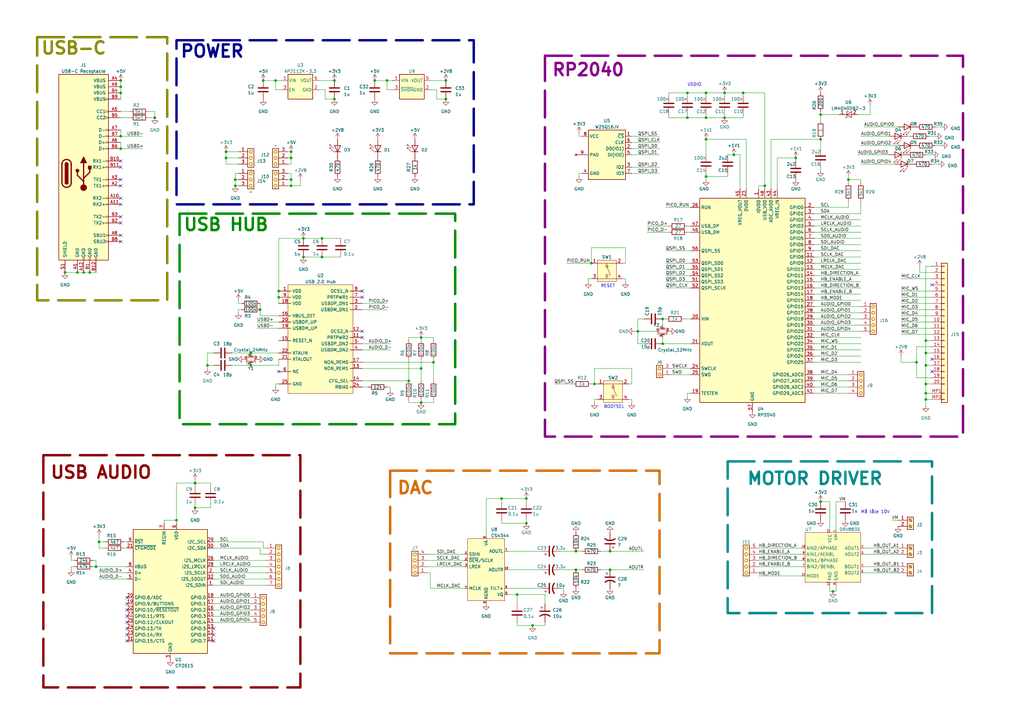
<source format=kicad_sch>
(kicad_sch (version 20230121) (generator eeschema)
  (paper "A3")
  (junction (at 289.56 57.15))
  (junction (at 172.72 165.1))
  (junction (at 34.29 111.76))
  (junction (at 49.53 38.1))
  (junction (at 49.53 33.02))
  (junction (at 297.18 48.26))
  (junction (at 289.56 38.1))
  (junction (at 124.46 97.79))
  (junction (at 304.8 38.1))
  (junction (at 313.69 76.2))
  (junction (at 119.38 62.23))
  (junction (at 289.56 72.39))
  (junction (at 379.73 139.7))
  (junction (at 336.55 205.74))
  (junction (at 326.39 64.77))
  (junction (at 297.18 38.1))
  (junction (at 49.53 55.88))
  (junction (at 375.92 148.59))
  (junction (at 132.08 105.41))
  (junction (at 336.55 57.15))
  (junction (at 80.01 208.28))
  (junction (at 289.56 48.26))
  (junction (at 158.75 33.02))
  (junction (at 114.3 121.92))
  (junction (at 243.84 157.48))
  (junction (at 85.09 149.86))
  (junction (at 236.22 226.06))
  (junction (at 36.83 111.76))
  (junction (at 242.57 107.95))
  (junction (at 379.73 157.48))
  (junction (at 336.55 46.99))
  (junction (at 63.5 48.26))
  (junction (at 72.39 213.36))
  (junction (at 379.73 163.83))
  (junction (at 341.63 242.57))
  (junction (at 172.72 138.43))
  (junction (at 215.9 214.63))
  (junction (at 39.37 232.41))
  (junction (at 31.75 111.76))
  (junction (at 347.98 73.66))
  (junction (at 119.38 76.2))
  (junction (at 379.73 149.86))
  (junction (at 26.67 111.76))
  (junction (at 300.99 63.5))
  (junction (at 281.94 48.26))
  (junction (at 172.72 151.13))
  (junction (at 215.9 204.47))
  (junction (at 167.64 156.21))
  (junction (at 119.38 73.66))
  (junction (at 137.16 40.64))
  (junction (at 49.53 60.96))
  (junction (at 153.67 33.02))
  (junction (at 114.3 119.38))
  (junction (at 106.68 127))
  (junction (at 218.44 256.54))
  (junction (at 49.53 35.56))
  (junction (at 92.71 64.77))
  (junction (at 92.71 62.23))
  (junction (at 271.78 140.97))
  (junction (at 40.64 222.25))
  (junction (at 137.16 33.02))
  (junction (at 250.19 233.68))
  (junction (at 102.87 149.86))
  (junction (at 80.01 198.12))
  (junction (at 261.62 135.89))
  (junction (at 124.46 105.41))
  (junction (at 205.74 204.47))
  (junction (at 379.73 161.29))
  (junction (at 182.88 33.02))
  (junction (at 236.22 233.68))
  (junction (at 113.03 33.02))
  (junction (at 379.73 144.78))
  (junction (at 119.38 64.77))
  (junction (at 271.78 130.81))
  (junction (at 281.94 38.1))
  (junction (at 107.95 33.02))
  (junction (at 102.87 144.78))
  (junction (at 96.52 76.2))
  (junction (at 212.09 243.84))
  (junction (at 177.8 148.59))
  (junction (at 96.52 73.66))
  (junction (at 250.19 226.06))
  (junction (at 182.88 40.64))
  (junction (at 132.08 97.79))
  (no_connect (at 87.63 262.89))
  (no_connect (at 382.27 116.84))
  (no_connect (at 87.63 257.81))
  (no_connect (at 49.53 81.28))
  (no_connect (at 49.53 68.58))
  (no_connect (at 148.59 138.43))
  (no_connect (at 49.53 66.04))
  (no_connect (at 49.53 99.06))
  (no_connect (at 52.07 255.27))
  (no_connect (at 382.27 147.32))
  (no_connect (at 49.53 91.44))
  (no_connect (at 49.53 96.52))
  (no_connect (at 148.59 119.38))
  (no_connect (at 148.59 135.89))
  (no_connect (at 49.53 83.82))
  (no_connect (at 148.59 121.92))
  (no_connect (at 87.63 260.35))
  (no_connect (at 52.07 252.73))
  (no_connect (at 49.53 73.66))
  (no_connect (at 52.07 257.81))
  (no_connect (at 382.27 152.4))
  (no_connect (at 49.53 76.2))
  (no_connect (at 52.07 250.19))
  (no_connect (at 114.3 152.4))
  (no_connect (at 52.07 245.11))
  (no_connect (at 52.07 262.89))
  (no_connect (at 49.53 88.9))
  (no_connect (at 52.07 247.65))
  (no_connect (at 52.07 260.35))
  (wire (pts (xy 223.52 256.54) (xy 223.52 255.27)))
  (wire (pts (xy 99.06 127) (xy 97.79 127)))
  (wire (pts (xy 114.3 147.32) (xy 114.3 149.86)))
  (wire (pts (xy 334.01 156.21) (xy 347.98 156.21)))
  (wire (pts (xy 281.94 162.56) (xy 281.94 161.29)))
  (wire (pts (xy 334.01 130.81) (xy 353.06 130.81)))
  (wire (pts (xy 176.53 36.83) (xy 179.07 36.83)))
  (wire (pts (xy 351.79 63.5) (xy 364.49 63.5)))
  (wire (pts (xy 87.63 222.25) (xy 107.95 222.25)))
  (wire (pts (xy 215.9 213.36) (xy 215.9 214.63)))
  (wire (pts (xy 106.68 124.46) (xy 106.68 127)))
  (wire (pts (xy 311.15 224.79) (xy 328.93 224.79)))
  (wire (pts (xy 259.08 157.48) (xy 259.08 151.13)))
  (wire (pts (xy 334.01 161.29) (xy 347.98 161.29)))
  (wire (pts (xy 334.01 113.03) (xy 353.06 113.03)))
  (wire (pts (xy 175.26 227.33) (xy 190.5 227.33)))
  (wire (pts (xy 40.64 234.95) (xy 52.07 234.95)))
  (wire (pts (xy 336.55 46.99) (xy 336.55 49.53)))
  (wire (pts (xy 31.75 111.76) (xy 34.29 111.76)))
  (wire (pts (xy 175.26 232.41) (xy 190.5 232.41)))
  (wire (pts (xy 60.96 48.26) (xy 63.5 48.26)))
  (wire (pts (xy 281.94 48.26) (xy 289.56 48.26)))
  (wire (pts (xy 336.55 205.74) (xy 340.36 205.74)))
  (wire (pts (xy 49.53 48.26) (xy 53.34 48.26)))
  (wire (pts (xy 87.63 149.86) (xy 85.09 149.86)))
  (wire (pts (xy 49.53 60.96) (xy 58.42 60.96)))
  (wire (pts (xy 242.57 101.6) (xy 242.57 107.95)))
  (wire (pts (xy 177.8 148.59) (xy 177.8 156.21)))
  (wire (pts (xy 264.16 140.97) (xy 261.62 140.97)))
  (wire (pts (xy 96.52 73.66) (xy 96.52 76.2)))
  (wire (pts (xy 208.28 226.06) (xy 222.25 226.06)))
  (wire (pts (xy 215.9 204.47) (xy 215.9 205.74)))
  (wire (pts (xy 259.08 163.83) (xy 259.08 165.1)))
  (wire (pts (xy 369.57 134.62) (xy 382.27 134.62)))
  (wire (pts (xy 271.78 138.43) (xy 271.78 140.97)))
  (wire (pts (xy 115.57 36.83) (xy 113.03 36.83)))
  (wire (pts (xy 87.63 255.27) (xy 102.87 255.27)))
  (wire (pts (xy 114.3 119.38) (xy 114.3 121.92)))
  (wire (pts (xy 334.01 128.27) (xy 353.06 128.27)))
  (wire (pts (xy 29.21 229.87) (xy 29.21 228.6)))
  (wire (pts (xy 172.72 163.83) (xy 172.72 165.1)))
  (wire (pts (xy 80.01 198.12) (xy 80.01 199.39)))
  (wire (pts (xy 298.45 63.5) (xy 300.99 63.5)))
  (wire (pts (xy 306.07 57.15) (xy 306.07 77.47)))
  (wire (pts (xy 167.64 163.83) (xy 167.64 165.1)))
  (wire (pts (xy 87.63 229.87) (xy 109.22 229.87)))
  (wire (pts (xy 353.06 74.93) (xy 353.06 73.66)))
  (wire (pts (xy 118.11 71.12) (xy 119.38 71.12)))
  (wire (pts (xy 304.8 38.1) (xy 304.8 39.37)))
  (wire (pts (xy 92.71 64.77) (xy 92.71 67.31)))
  (wire (pts (xy 340.36 242.57) (xy 341.63 242.57)))
  (wire (pts (xy 218.44 256.54) (xy 223.52 256.54)))
  (wire (pts (xy 289.56 72.39) (xy 298.45 72.39)))
  (wire (pts (xy 365.76 213.36) (xy 368.3 213.36)))
  (wire (pts (xy 311.15 229.87) (xy 328.93 229.87)))
  (wire (pts (xy 255.27 107.95) (xy 256.54 107.95)))
  (wire (pts (xy 334.01 115.57) (xy 353.06 115.57)))
  (wire (pts (xy 382.27 109.22) (xy 379.73 109.22)))
  (wire (pts (xy 375.92 148.59) (xy 375.92 142.24)))
  (wire (pts (xy 379.73 139.7) (xy 379.73 144.78)))
  (wire (pts (xy 241.3 114.3) (xy 242.57 114.3)))
  (wire (pts (xy 375.92 142.24) (xy 382.27 142.24)))
  (wire (pts (xy 273.05 107.95) (xy 283.21 107.95)))
  (wire (pts (xy 67.31 214.63) (xy 67.31 213.36)))
  (wire (pts (xy 382.27 161.29) (xy 379.73 161.29)))
  (wire (pts (xy 167.64 138.43) (xy 172.72 138.43)))
  (wire (pts (xy 132.08 105.41) (xy 139.7 105.41)))
  (wire (pts (xy 354.33 232.41) (xy 368.3 232.41)))
  (wire (pts (xy 243.84 151.13) (xy 243.84 157.48)))
  (wire (pts (xy 334.01 146.05) (xy 353.06 146.05)))
  (wire (pts (xy 347.98 72.39) (xy 347.98 73.66)))
  (wire (pts (xy 119.38 76.2) (xy 118.11 76.2)))
  (wire (pts (xy 72.39 213.36) (xy 72.39 214.63)))
  (wire (pts (xy 274.32 38.1) (xy 281.94 38.1)))
  (wire (pts (xy 369.57 114.3) (xy 382.27 114.3)))
  (wire (pts (xy 67.31 213.36) (xy 72.39 213.36)))
  (wire (pts (xy 176.53 234.95) (xy 176.53 241.3)))
  (wire (pts (xy 87.63 252.73) (xy 102.87 252.73)))
  (wire (pts (xy 354.33 227.33) (xy 368.3 227.33)))
  (wire (pts (xy 382.27 163.83) (xy 379.73 163.83)))
  (wire (pts (xy 124.46 97.79) (xy 132.08 97.79)))
  (wire (pts (xy 87.63 250.19) (xy 102.87 250.19)))
  (wire (pts (xy 49.53 38.1) (xy 49.53 40.64)))
  (wire (pts (xy 281.94 46.99) (xy 281.94 48.26)))
  (wire (pts (xy 275.59 153.67) (xy 283.21 153.67)))
  (wire (pts (xy 161.29 36.83) (xy 158.75 36.83)))
  (wire (pts (xy 334.01 90.17) (xy 353.06 90.17)))
  (wire (pts (xy 326.39 66.04) (xy 326.39 64.77)))
  (wire (pts (xy 334.01 123.19) (xy 353.06 123.19)))
  (wire (pts (xy 313.69 77.47) (xy 313.69 76.2)))
  (wire (pts (xy 261.62 135.89) (xy 269.24 135.89)))
  (wire (pts (xy 114.3 121.92) (xy 114.3 124.46)))
  (wire (pts (xy 382.27 139.7) (xy 379.73 139.7)))
  (wire (pts (xy 334.01 110.49) (xy 353.06 110.49)))
  (wire (pts (xy 281.94 161.29) (xy 283.21 161.29)))
  (wire (pts (xy 229.87 233.68) (xy 236.22 233.68)))
  (wire (pts (xy 311.15 76.2) (xy 313.69 76.2)))
  (wire (pts (xy 229.87 226.06) (xy 236.22 226.06)))
  (wire (pts (xy 259.08 71.12) (xy 270.51 71.12)))
  (wire (pts (xy 289.56 46.99) (xy 289.56 48.26)))
  (wire (pts (xy 105.41 132.08) (xy 114.3 132.08)))
  (wire (pts (xy 167.64 165.1) (xy 172.72 165.1)))
  (wire (pts (xy 281.94 95.25) (xy 283.21 95.25)))
  (wire (pts (xy 148.59 143.51) (xy 160.02 143.51)))
  (wire (pts (xy 119.38 76.2) (xy 123.19 76.2)))
  (wire (pts (xy 334.01 153.67) (xy 347.98 153.67)))
  (wire (pts (xy 259.08 68.58) (xy 270.51 68.58)))
  (wire (pts (xy 106.68 129.54) (xy 114.3 129.54)))
  (wire (pts (xy 30.48 229.87) (xy 29.21 229.87)))
  (wire (pts (xy 316.23 57.15) (xy 336.55 57.15)))
  (wire (pts (xy 38.1 229.87) (xy 39.37 229.87)))
  (wire (pts (xy 354.33 234.95) (xy 368.3 234.95)))
  (wire (pts (xy 273.05 110.49) (xy 283.21 110.49)))
  (wire (pts (xy 261.62 135.89) (xy 261.62 130.81)))
  (wire (pts (xy 386.08 59.69) (xy 383.54 59.69)))
  (wire (pts (xy 261.62 130.81) (xy 264.16 130.81)))
  (wire (pts (xy 97.79 123.19) (xy 97.79 124.46)))
  (wire (pts (xy 326.39 64.77) (xy 318.77 64.77)))
  (wire (pts (xy 237.49 71.12) (xy 237.49 72.39)))
  (wire (pts (xy 382.27 63.5) (xy 379.73 63.5)))
  (wire (pts (xy 212.09 255.27) (xy 212.09 256.54)))
  (wire (pts (xy 334.01 138.43) (xy 353.06 138.43)))
  (wire (pts (xy 92.71 67.31) (xy 97.79 67.31)))
  (wire (pts (xy 311.15 76.2) (xy 311.15 77.47)))
  (wire (pts (xy 281.94 92.71) (xy 283.21 92.71)))
  (wire (pts (xy 227.33 157.48) (xy 234.95 157.48)))
  (wire (pts (xy 379.73 144.78) (xy 379.73 149.86)))
  (wire (pts (xy 353.06 67.31) (xy 367.03 67.31)))
  (wire (pts (xy 318.77 64.77) (xy 318.77 77.47)))
  (wire (pts (xy 119.38 73.66) (xy 118.11 73.66)))
  (wire (pts (xy 297.18 38.1) (xy 297.18 39.37)))
  (wire (pts (xy 119.38 73.66) (xy 119.38 76.2)))
  (wire (pts (xy 304.8 48.26) (xy 304.8 46.99)))
  (wire (pts (xy 148.59 127) (xy 158.75 127)))
  (wire (pts (xy 50.8 224.79) (xy 52.07 224.79)))
  (wire (pts (xy 259.08 60.96) (xy 270.51 60.96)))
  (wire (pts (xy 92.71 64.77) (xy 97.79 64.77)))
  (wire (pts (xy 148.59 156.21) (xy 167.64 156.21)))
  (wire (pts (xy 205.74 214.63) (xy 215.9 214.63)))
  (wire (pts (xy 87.63 237.49) (xy 109.22 237.49)))
  (wire (pts (xy 250.19 226.06) (xy 264.16 226.06)))
  (wire (pts (xy 63.5 45.72) (xy 63.5 48.26)))
  (wire (pts (xy 257.81 163.83) (xy 259.08 163.83)))
  (wire (pts (xy 313.69 76.2) (xy 313.69 38.1)))
  (wire (pts (xy 334.01 118.11) (xy 353.06 118.11)))
  (wire (pts (xy 265.43 92.71) (xy 274.32 92.71)))
  (wire (pts (xy 238.76 71.12) (xy 237.49 71.12)))
  (wire (pts (xy 172.72 165.1) (xy 177.8 165.1)))
  (wire (pts (xy 107.95 224.79) (xy 109.22 224.79)))
  (wire (pts (xy 369.57 132.08) (xy 382.27 132.08)))
  (wire (pts (xy 114.3 119.38) (xy 114.3 97.79)))
  (wire (pts (xy 107.95 222.25) (xy 107.95 224.79)))
  (wire (pts (xy 208.28 243.84) (xy 212.09 243.84)))
  (wire (pts (xy 341.63 242.57) (xy 342.9 242.57)))
  (wire (pts (xy 386.08 52.07) (xy 383.54 52.07)))
  (wire (pts (xy 255.27 114.3) (xy 256.54 114.3)))
  (wire (pts (xy 379.73 163.83) (xy 379.73 166.37)))
  (wire (pts (xy 271.78 130.81) (xy 273.05 130.81)))
  (wire (pts (xy 123.19 76.2) (xy 123.19 73.66)))
  (wire (pts (xy 148.59 124.46) (xy 158.75 124.46)))
  (wire (pts (xy 49.53 33.02) (xy 49.53 35.56)))
  (wire (pts (xy 369.57 148.59) (xy 375.92 148.59)))
  (wire (pts (xy 158.75 33.02) (xy 161.29 33.02)))
  (wire (pts (xy 289.56 38.1) (xy 297.18 38.1)))
  (wire (pts (xy 382.27 154.94) (xy 375.92 154.94)))
  (wire (pts (xy 85.09 149.86) (xy 85.09 151.13)))
  (wire (pts (xy 85.09 144.78) (xy 87.63 144.78)))
  (wire (pts (xy 259.08 151.13) (xy 243.84 151.13)))
  (wire (pts (xy 30.48 232.41) (xy 29.21 232.41)))
  (wire (pts (xy 256.54 101.6) (xy 242.57 101.6)))
  (wire (pts (xy 43.18 224.79) (xy 40.64 224.79)))
  (wire (pts (xy 297.18 38.1) (xy 304.8 38.1)))
  (wire (pts (xy 113.03 33.02) (xy 115.57 33.02)))
  (wire (pts (xy 354.33 224.79) (xy 368.3 224.79)))
  (wire (pts (xy 49.53 58.42) (xy 49.53 60.96)))
  (wire (pts (xy 172.72 151.13) (xy 172.72 147.32)))
  (wire (pts (xy 38.1 232.41) (xy 39.37 232.41)))
  (wire (pts (xy 347.98 73.66) (xy 347.98 74.93)))
  (wire (pts (xy 334.01 105.41) (xy 353.06 105.41)))
  (wire (pts (xy 300.99 63.5) (xy 303.53 63.5)))
  (wire (pts (xy 95.25 144.78) (xy 102.87 144.78)))
  (wire (pts (xy 334.01 133.35) (xy 353.06 133.35)))
  (wire (pts (xy 334.01 95.25) (xy 353.06 95.25)))
  (wire (pts (xy 274.32 46.99) (xy 274.32 48.26)))
  (wire (pts (xy 273.05 113.03) (xy 283.21 113.03)))
  (wire (pts (xy 340.36 240.03) (xy 340.36 242.57)))
  (wire (pts (xy 87.63 247.65) (xy 102.87 247.65)))
  (wire (pts (xy 369.57 129.54) (xy 382.27 129.54)))
  (wire (pts (xy 336.55 45.72) (xy 336.55 46.99)))
  (wire (pts (xy 119.38 62.23) (xy 119.38 64.77)))
  (wire (pts (xy 289.56 48.26) (xy 297.18 48.26)))
  (wire (pts (xy 199.39 204.47) (xy 199.39 219.71)))
  (wire (pts (xy 39.37 232.41) (xy 52.07 232.41)))
  (wire (pts (xy 97.79 124.46) (xy 99.06 124.46)))
  (wire (pts (xy 243.84 165.1) (xy 243.84 163.83)))
  (wire (pts (xy 29.21 232.41) (xy 29.21 233.68)))
  (wire (pts (xy 118.11 62.23) (xy 119.38 62.23)))
  (wire (pts (xy 223.52 243.84) (xy 223.52 247.65)))
  (wire (pts (xy 119.38 67.31) (xy 118.11 67.31)))
  (wire (pts (xy 311.15 232.41) (xy 328.93 232.41)))
  (wire (pts (xy 334.01 107.95) (xy 353.06 107.95)))
  (wire (pts (xy 257.81 157.48) (xy 259.08 157.48)))
  (wire (pts (xy 275.59 151.13) (xy 283.21 151.13)))
  (wire (pts (xy 372.11 55.88) (xy 373.38 55.88)))
  (wire (pts (xy 356.87 43.18) (xy 356.87 46.99)))
  (wire (pts (xy 87.63 234.95) (xy 109.22 234.95)))
  (wire (pts (xy 114.3 97.79) (xy 124.46 97.79)))
  (wire (pts (xy 375.92 154.94) (xy 375.92 148.59)))
  (wire (pts (xy 177.8 148.59) (xy 177.8 147.32)))
  (wire (pts (xy 60.96 45.72) (xy 63.5 45.72)))
  (wire (pts (xy 106.68 227.33) (xy 109.22 227.33)))
  (wire (pts (xy 242.57 157.48) (xy 243.84 157.48)))
  (wire (pts (xy 289.56 73.66) (xy 289.56 72.39)))
  (wire (pts (xy 133.35 36.83) (xy 133.35 40.64)))
  (wire (pts (xy 92.71 62.23) (xy 97.79 62.23)))
  (wire (pts (xy 97.79 127) (xy 97.79 128.27)))
  (wire (pts (xy 133.35 40.64) (xy 137.16 40.64)))
  (wire (pts (xy 212.09 256.54) (xy 218.44 256.54)))
  (wire (pts (xy 336.55 68.58) (xy 336.55 69.85)))
  (wire (pts (xy 259.08 63.5) (xy 270.51 63.5)))
  (wire (pts (xy 382.27 157.48) (xy 379.73 157.48)))
  (wire (pts (xy 334.01 85.09) (xy 347.98 85.09)))
  (wire (pts (xy 179.07 36.83) (xy 179.07 40.64)))
  (wire (pts (xy 311.15 227.33) (xy 328.93 227.33)))
  (wire (pts (xy 289.56 71.12) (xy 289.56 72.39)))
  (wire (pts (xy 289.56 57.15) (xy 306.07 57.15)))
  (wire (pts (xy 250.19 233.68) (xy 264.16 233.68)))
  (wire (pts (xy 130.81 33.02) (xy 137.16 33.02)))
  (wire (pts (xy 281.94 38.1) (xy 289.56 38.1)))
  (wire (pts (xy 40.64 222.25) (xy 40.64 219.71)))
  (wire (pts (xy 80.01 207.01) (xy 80.01 208.28)))
  (wire (pts (xy 179.07 40.64) (xy 182.88 40.64)))
  (wire (pts (xy 208.28 233.68) (xy 222.25 233.68)))
  (wire (pts (xy 259.08 55.88) (xy 270.51 55.88)))
  (wire (pts (xy 342.9 205.74) (xy 342.9 217.17)))
  (wire (pts (xy 113.03 157.48) (xy 113.03 158.75)))
  (wire (pts (xy 377.19 109.22) (xy 377.19 111.76)))
  (wire (pts (xy 148.59 151.13) (xy 172.72 151.13)))
  (wire (pts (xy 172.72 138.43) (xy 177.8 138.43)))
  (wire (pts (xy 49.53 35.56) (xy 49.53 38.1)))
  (wire (pts (xy 342.9 240.03) (xy 342.9 242.57)))
  (wire (pts (xy 119.38 64.77) (xy 118.11 64.77)))
  (wire (pts (xy 311.15 236.22) (xy 328.93 236.22)))
  (wire (pts (xy 212.09 243.84) (xy 212.09 247.65)))
  (wire (pts (xy 119.38 64.77) (xy 119.38 67.31)))
  (wire (pts (xy 379.73 157.48) (xy 379.73 161.29)))
  (wire (pts (xy 369.57 121.92) (xy 382.27 121.92)))
  (wire (pts (xy 199.39 204.47) (xy 205.74 204.47)))
  (wire (pts (xy 261.62 140.97) (xy 261.62 135.89)))
  (wire (pts (xy 205.74 204.47) (xy 215.9 204.47)))
  (wire (pts (xy 243.84 163.83) (xy 245.11 163.83)))
  (wire (pts (xy 346.71 205.74) (xy 342.9 205.74)))
  (wire (pts (xy 336.55 46.99) (xy 344.17 46.99)))
  (wire (pts (xy 113.03 36.83) (xy 113.03 33.02)))
  (wire (pts (xy 243.84 157.48) (xy 245.11 157.48)))
  (wire (pts (xy 172.72 151.13) (xy 172.72 156.21)))
  (wire (pts (xy 119.38 71.12) (xy 119.38 73.66)))
  (wire (pts (xy 334.01 92.71) (xy 353.06 92.71)))
  (wire (pts (xy 34.29 111.76) (xy 36.83 111.76)))
  (wire (pts (xy 124.46 105.41) (xy 132.08 105.41)))
  (wire (pts (xy 176.53 33.02) (xy 182.88 33.02)))
  (wire (pts (xy 316.23 77.47) (xy 316.23 57.15)))
  (wire (pts (xy 172.72 139.7) (xy 172.72 138.43)))
  (wire (pts (xy 212.09 243.84) (xy 223.52 243.84)))
  (wire (pts (xy 231.14 241.3) (xy 231.14 242.57)))
  (wire (pts (xy 167.64 139.7) (xy 167.64 138.43)))
  (wire (pts (xy 148.59 140.97) (xy 160.02 140.97)))
  (wire (pts (xy 383.54 55.88) (xy 381 55.88)))
  (wire (pts (xy 379.73 161.29) (xy 379.73 163.83)))
  (wire (pts (xy 271.78 140.97) (xy 283.21 140.97)))
  (wire (pts (xy 303.53 63.5) (xy 303.53 77.47)))
  (wire (pts (xy 114.3 157.48) (xy 113.03 157.48)))
  (wire (pts (xy 158.75 36.83) (xy 158.75 33.02)))
  (wire (pts (xy 95.25 149.86) (xy 102.87 149.86)))
  (wire (pts (xy 334.01 97.79) (xy 353.06 97.79)))
  (wire (pts (xy 265.43 95.25) (xy 274.32 95.25)))
  (wire (pts (xy 369.57 124.46) (xy 382.27 124.46)))
  (wire (pts (xy 334.01 102.87) (xy 353.06 102.87)))
  (wire (pts (xy 334.01 158.75) (xy 347.98 158.75)))
  (wire (pts (xy 87.63 245.11) (xy 102.87 245.11)))
  (wire (pts (xy 271.78 130.81) (xy 271.78 133.35)))
  (wire (pts (xy 369.57 119.38) (xy 382.27 119.38)))
  (wire (pts (xy 86.36 198.12) (xy 80.01 198.12)))
  (wire (pts (xy 353.06 55.88) (xy 364.49 55.88)))
  (wire (pts (xy 334.01 135.89) (xy 353.06 135.89)))
  (wire (pts (xy 379.73 149.86) (xy 379.73 157.48)))
  (wire (pts (xy 369.57 127) (xy 382.27 127)))
  (wire (pts (xy 369.57 146.05) (xy 369.57 148.59)))
  (wire (pts (xy 256.54 107.95) (xy 256.54 101.6)))
  (wire (pts (xy 175.26 229.87) (xy 190.5 229.87)))
  (wire (pts (xy 49.53 55.88) (xy 58.42 55.88)))
  (wire (pts (xy 97.79 71.12) (xy 96.52 71.12)))
  (wire (pts (xy 334.01 148.59) (xy 353.06 148.59)))
  (wire (pts (xy 298.45 71.12) (xy 298.45 72.39)))
  (wire (pts (xy 289.56 39.37) (xy 289.56 38.1)))
  (wire (pts (xy 238.76 55.88) (xy 237.49 55.88)))
  (wire (pts (xy 148.59 158.75) (xy 151.13 158.75)))
  (wire (pts (xy 96.52 71.12) (xy 96.52 73.66)))
  (wire (pts (xy 208.28 241.3) (xy 222.25 241.3)))
  (wire (pts (xy 80.01 208.28) (xy 86.36 208.28)))
  (wire (pts (xy 86.36 199.39) (xy 86.36 198.12)))
  (wire (pts (xy 87.63 240.03) (xy 109.22 240.03)))
  (wire (pts (xy 354.33 52.07) (xy 368.3 52.07)))
  (wire (pts (xy 229.87 241.3) (xy 231.14 241.3)))
  (wire (pts (xy 236.22 226.06) (xy 238.76 226.06)))
  (wire (pts (xy 369.57 137.16) (xy 382.27 137.16)))
  (wire (pts (xy 334.01 87.63) (xy 353.06 87.63)))
  (wire (pts (xy 334.01 100.33) (xy 353.06 100.33)))
  (wire (pts (xy 130.81 36.83) (xy 133.35 36.83)))
  (wire (pts (xy 259.08 58.42) (xy 270.51 58.42)))
  (wire (pts (xy 106.68 224.79) (xy 106.68 227.33)))
  (wire (pts (xy 232.41 107.95) (xy 242.57 107.95)))
  (wire (pts (xy 260.35 135.89) (xy 261.62 135.89)))
  (wire (pts (xy 205.74 204.47) (xy 205.74 205.74)))
  (wire (pts (xy 160.02 158.75) (xy 160.02 160.02)))
  (wire (pts (xy 273.05 102.87) (xy 283.21 102.87)))
  (wire (pts (xy 86.36 208.28) (xy 86.36 207.01)))
  (wire (pts (xy 177.8 165.1) (xy 177.8 163.83)))
  (wire (pts (xy 80.01 198.12) (xy 72.39 198.12)))
  (wire (pts (xy 353.06 73.66) (xy 347.98 73.66)))
  (wire (pts (xy 205.74 213.36) (xy 205.74 214.63)))
  (wire (pts (xy 175.26 234.95) (xy 176.53 234.95)))
  (wire (pts (xy 377.19 111.76) (xy 382.27 111.76)))
  (wire (pts (xy 92.71 62.23) (xy 92.71 64.77)))
  (wire (pts (xy 43.18 222.25) (xy 40.64 222.25)))
  (wire (pts (xy 96.52 76.2) (xy 97.79 76.2)))
  (wire (pts (xy 102.87 144.78) (xy 114.3 144.78)))
  (wire (pts (xy 273.05 115.57) (xy 283.21 115.57)))
  (wire (pts (xy 280.67 130.81) (xy 283.21 130.81)))
  (wire (pts (xy 379.73 109.22) (xy 379.73 139.7)))
  (wire (pts (xy 237.49 55.88) (xy 237.49 54.61)))
  (wire (pts (xy 334.01 125.73) (xy 353.06 125.73)))
  (wire (pts (xy 334.01 143.51) (xy 353.06 143.51)))
  (wire (pts (xy 353.06 59.69) (xy 368.3 59.69)))
  (wire (pts (xy 241.3 115.57) (xy 241.3 114.3)))
  (wire (pts (xy 158.75 158.75) (xy 160.02 158.75)))
  (wire (pts (xy 96.52 73.66) (xy 97.79 73.66)))
  (wire (pts (xy 87.63 224.79) (xy 106.68 224.79)))
  (wire (pts (xy 313.69 38.1) (xy 304.8 38.1)))
  (wire (pts (xy 72.39 198.12) (xy 72.39 213.36)))
  (wire (pts (xy 50.8 222.25) (xy 52.07 222.25)))
  (wire (pts (xy 105.41 134.62) (xy 114.3 134.62)))
  (wire (pts (xy 36.83 111.76) (xy 39.37 111.76)))
  (wire (pts (xy 334.01 120.65) (xy 353.06 120.65)))
  (wire (pts (xy 281.94 38.1) (xy 281.94 39.37)))
  (wire (pts (xy 274.32 39.37) (xy 274.32 38.1)))
  (wire (pts (xy 340.36 205.74) (xy 340.36 217.17)))
  (wire (pts (xy 384.81 67.31) (xy 382.27 67.31)))
  (wire (pts (xy 49.53 53.34) (xy 49.53 55.88)))
  (wire (pts (xy 297.18 46.99) (xy 297.18 48.26)))
  (wire (pts (xy 177.8 138.43) (xy 177.8 139.7)))
  (wire (pts (xy 167.64 147.32) (xy 167.64 156.21)))
  (wire (pts (xy 148.59 148.59) (xy 177.8 148.59)))
  (wire (pts (xy 85.09 144.78) (xy 85.09 149.86)))
  (wire (pts (xy 132.08 97.79) (xy 139.7 97.79)))
  (wire (pts (xy 40.64 224.79) (xy 40.64 222.25)))
  (wire (pts (xy 289.56 63.5) (xy 289.56 57.15)))
  (wire (pts (xy 153.67 33.02) (xy 158.75 33.02)))
  (wire (pts (xy 87.63 232.41) (xy 109.22 232.41)))
  (wire (pts (xy 336.55 57.15) (xy 336.55 60.96)))
  (wire (pts (xy 49.53 45.72) (xy 53.34 45.72)))
  (wire (pts (xy 297.18 48.26) (xy 304.8 48.26)))
  (wire (pts (xy 382.27 149.86) (xy 379.73 149.86)))
  (wire (pts (xy 356.87 46.99) (xy 351.79 46.99)))
  (wire (pts (xy 256.54 114.3) (xy 256.54 115.57)))
  (wire (pts (xy 246.38 226.06) (xy 250.19 226.06)))
  (wire (pts (xy 334.01 140.97) (xy 353.06 140.97)))
  (wire (pts (xy 382.27 144.78) (xy 379.73 144.78)))
  (wire (pts (xy 246.38 233.68) (xy 250.19 233.68)))
  (wire (pts (xy 273.05 85.09) (xy 283.21 85.09)))
  (wire (pts (xy 114.3 149.86) (xy 102.87 149.86)))
  (wire (pts (xy 40.64 237.49) (xy 52.07 237.49)))
  (wire (pts (xy 176.53 241.3) (xy 190.5 241.3)))
  (wire (pts (xy 347.98 82.55) (xy 347.98 85.09)))
  (wire (pts (xy 353.06 82.55) (xy 353.06 87.63)))
  (wire (pts (xy 39.37 229.87) (xy 39.37 232.41)))
  (wire (pts (xy 106.68 127) (xy 106.68 129.54)))
  (wire (pts (xy 26.67 111.76) (xy 31.75 111.76)))
  (wire (pts (xy 273.05 118.11) (xy 283.21 118.11)))
  (wire (pts (xy 107.95 33.02) (xy 113.03 33.02)))
  (wire (pts (xy 236.22 233.68) (xy 238.76 233.68)))
  (wire (pts (xy 80.01 196.85) (xy 80.01 198.12)))
  (wire (pts (xy 274.32 48.26) (xy 281.94 48.26)))
  (rectangle (start 223.52 22.86) (end 394.97 179.07) (stroke (width 1) (type dash) (color 132 0 132 1)))
  (rectangle (start 17.78 186.69) (end 123.19 281.94) (stroke (width 1) (type dash) (color 132 0 0 1)))
  (rectangle (start 298.45 189.23) (end 382.27 251.46) (stroke (width 1) (type dash) (color 0 132 132 1)))
  (rectangle (start 73.66 87.63) (end 186.69 173.99) (stroke (width 1) (type dash) (color 0 132 0 1)))
  (rectangle (start 72.39 16.51) (end 194.31 83.82) (stroke (width 1) (type dash) (color 0 0 132 1)))
  (rectangle (start 15.24 15.24) (end 68.58 123.19) (stroke (width 1) (type dash) (color 132 132 0 1)))
  (rectangle (start 160.02 193.04) (end 270.51 267.97) (stroke (width 1) (type dash) (color 204 102 0 1)))
  (text "USB AUDIO\n" (at 20.32 196.85 0) (effects (font (size 5 5) (thickness 1) bold) (justify left bottom)))
  (text "VDDIO" (at 281.94 35.56 0) (effects (font (size 1.27 1.27)) (justify left bottom)))
  (text "DAC" (at 162.56 203.2 0) (effects (font (size 5 5) (thickness 1) bold) (justify left bottom)))
  (text "BOOTSEL" (at 247.65 167.64 0) (effects (font (size 1.27 1.27)) (justify left bottom)))
  (text "RESET" (at 246.38 118.11 0) (effects (font (size 1.27 1.27)) (justify left bottom)))
  (text "POWER" (at 73.66 24.13 0) (effects (font (size 5 5) (thickness 1) bold) (justify left bottom)))
  (text "USB-C" (at 16.51 22.86 0) (effects (font (size 5 5) (thickness 1) bold) (justify left bottom)))
  (text "Må tåle 10V\n" (at 353.06 210.82 0) (effects (font (size 1.27 1.27)) (justify left bottom)))
  (text "USB HUB" (at 74.93 95.25 0) (effects (font (size 5 5) (thickness 1) bold) (justify left bottom)))
  (text "MOTOR DRIVER" (at 306.07 199.39 0) (effects (font (size 5 5) (thickness 1) bold) (justify left bottom)))
  (text "RP2040" (at 226.06 31.75 0) (effects (font (size 5 5) (thickness 1) bold) (justify left bottom)))
  (label "VM" (at 344.17 205.74 0))
  (label "AUDIO_GPIO1" (at 90.17 247.65 0))
  (label "AUDIO_GPIO0" (at 336.55 125.73 0))
  (label "SDI_DAC" (at 336.55 102.87 0))
  (label "AOUTL" (at 257.81 226.06 0))
  (label "SWD" (at 275.59 153.67 0))
  (label "QSPI_CLK" (at 273.05 118.11 0))
  (label "AUDIO_GPIO3" (at 336.55 133.35 0))
  (label "AUDIO_GPIO2" (at 90.17 250.19 0))
  (label "AUDIO_GPIO2" (at 336.55 130.81 0))
  (label "MIC_D5" (at 369.57 132.08 0))
  (label "MIC_WS" (at 336.55 140.97 0))
  (label "PICO_D+" (at 265.43 92.71 0))
  (label "USBD+" (at 52.07 60.96 0))
  (label "MCLK_DAC" (at 336.55 110.49 0))
  (label "QSPI_D2" (at 261.62 68.58 0))
  (label "AUDIO_GPIO4" (at 353.06 67.31 0))
  (label "SCLK_DAC" (at 179.07 229.87 0))
  (label "MCLK_DAC" (at 179.07 241.3 0))
  (label "QSPI_D3" (at 261.62 71.12 0))
  (label "AUDIO_D+" (at 151.13 140.97 0))
  (label "QSPI_SS" (at 227.33 157.48 0))
  (label "MIC_WS" (at 369.57 119.38 0))
  (label "PICO_D-" (at 265.43 95.25 0))
  (label "QSPI_SS" (at 273.05 102.87 0))
  (label "AUDIO_GPIO3" (at 90.17 252.73 0))
  (label "MIC_D4" (at 336.55 153.67 0))
  (label "PICO_RUN" (at 232.41 107.95 0))
  (label "MIC_D2" (at 369.57 124.46 0))
  (label "HB_DIRECTION_B" (at 311.15 229.87 0))
  (label "HB_DIRECTION_A" (at 311.15 224.79 0))
  (label "AUDIO_GPIO2" (at 353.06 59.69 0))
  (label "AUDIO_D+" (at 40.64 234.95 0))
  (label "AUDIO_GPIO1" (at 336.55 128.27 0))
  (label "USBD+" (at 105.41 132.08 0))
  (label "MCLK_AUDIO" (at 336.55 90.17 0))
  (label "LRCLK_DAC" (at 336.55 107.95 0))
  (label "USBD-" (at 52.07 55.88 0))
  (label "SCLK_AUDIO" (at 90.17 234.95 0))
  (label "QSPI_D3" (at 273.05 115.57 0))
  (label "SCLK_AUDIO" (at 336.55 95.25 0))
  (label "HB_MODE" (at 336.55 123.19 0))
  (label "SDO_AUDIO" (at 90.17 237.49 0))
  (label "USBD-" (at 105.41 134.62 0))
  (label "VM" (at 365.76 213.36 0))
  (label "HB_OUT_B2" (at 358.14 234.95 0))
  (label "MIC_D5" (at 336.55 156.21 0))
  (label "LRCLK_DAC" (at 179.07 232.41 0))
  (label "MCLK_AUDIO" (at 90.17 229.87 0))
  (label "LRCLK_AUDIO" (at 336.55 92.71 0))
  (label "PICO_D-" (at 151.13 127 0))
  (label "AUDIO_GPIO3" (at 351.79 63.5 0))
  (label "SDO_AUDIO" (at 336.55 97.79 0))
  (label "MIC_D1" (at 369.57 121.92 0))
  (label "QSPI_D0" (at 261.62 60.96 0))
  (label "HB_OUT_A1" (at 358.14 224.79 0))
  (label "MIC_D2" (at 336.55 146.05 0))
  (label "MIC_CLK" (at 369.57 114.3 0))
  (label "QSPI_D1" (at 261.62 63.5 0))
  (label "SDI_AUDIO" (at 336.55 100.33 0))
  (label "MIC_D4" (at 369.57 129.54 0))
  (label "AUDIO_GPIO0" (at 354.33 52.07 0))
  (label "SCL" (at 90.17 222.25 0))
  (label "HB_ENABLE_A" (at 311.15 227.33 0))
  (label "LRCLK_AUDIO" (at 90.17 232.41 0))
  (label "QSPI_D0" (at 273.05 107.95 0))
  (label "MIC_D3" (at 369.57 127 0))
  (label "MIC_D7" (at 369.57 137.16 0))
  (label "AUDIO_GPIO0" (at 90.17 245.11 0))
  (label "QSPI_D2" (at 273.05 113.03 0))
  (label "SDI_DAC" (at 179.07 227.33 0))
  (label "PICO_D+" (at 151.13 124.46 0))
  (label "AUDIO_D-" (at 151.13 143.51 0))
  (label "MIC_D6" (at 369.57 134.62 0))
  (label "SWCLK" (at 275.59 151.13 0))
  (label "AUDIO_D-" (at 40.64 237.49 0))
  (label "HB_ENABLE_B" (at 336.55 120.65 0))
  (label "AUDIO_GPIO4" (at 336.55 135.89 0))
  (label "MIC_D1" (at 336.55 143.51 0))
  (label "AUDIO_GPIO1" (at 353.06 55.88 0))
  (label "QSPI_D1" (at 273.05 110.49 0))
  (label "HB_DIRECTION_B" (at 336.55 118.11 0))
  (label "HB_ENABLE_B" (at 311.15 232.41 0))
  (label "SDI_AUDIO" (at 90.17 240.03 0))
  (label "QSPI_CLK" (at 261.62 58.42 0))
  (label "HB_MODE" (at 311.15 236.22 0))
  (label "MIC_D7" (at 336.55 161.29 0))
  (label "AUDIO_GPIO4" (at 90.17 255.27 0))
  (label "AOUTR" (at 257.81 233.68 0))
  (label "HB_OUT_B1" (at 358.14 232.41 0))
  (label "QSPI_SS" (at 261.62 55.88 0))
  (label "MIC_CLK" (at 336.55 138.43 0))
  (label "PICO_RUN" (at 273.05 85.09 0))
  (label "SCL" (at 336.55 85.09 0))
  (label "SDA" (at 90.17 224.79 0))
  (label "MIC_D3" (at 336.55 148.59 0))
  (label "HB_OUT_A2" (at 358.14 227.33 0))
  (label "SCLK_DAC" (at 336.55 105.41 0))
  (label "HB_DIRECTION_A" (at 336.55 113.03 0))
  (label "HB_ENABLE_A" (at 336.55 115.57 0))
  (label "MIC_D6" (at 336.55 158.75 0))
  (label "SDA" (at 336.55 87.63 0))
  (symbol (lib_id "Power:GND") (at 172.72 165.1 0) (unit 1)
    (property "Reference" "#PWR018" (effects hide))
    (property "Value" "GND" (at 172.72 168.91 0))
  )
  (symbol (lib_id "Power:GND") (at 336.55 213.36 0) (unit 1)
    (property "Reference" "#PWR058" (effects hide))
    (property "Value" "GND" (at 332.74 214.63 0))
  )
  (symbol (lib_id "Power:GND") (at 107.95 40.64 0) (unit 1)
    (property "Reference" "#PWR08" (effects hide))
    (property "Value" "GND" (at 107.95 45.72 0))
  )
  (symbol (lib_id "Power:GND") (at 69.85 270.51 0) (unit 1)
    (property "Reference" "#PWR032" (effects hide))
    (property "Value" "GND" (at 69.85 275.59 0))
  )
  (symbol (lib_id "Resistors:R_0603") (at 167.64 143.51 180) (unit 1)
    (property "Reference" "R6" (at 165.1 144.78 90))
    (property "Value" "100k" (at 167.64 143.51 90))
    (property "Footprint" "Resistor_SMD:R_0603_1608Metric" (effects hide))
  )
  (symbol (lib_id "Regulators:LM4040DBZ-3") (at 347.98 46.99 180) (unit 1)
    (property "Reference" "U6" (at 347.98 41.91 0))
    (property "Value" "LM4040DBZ-3" (at 347.98 44.45 0))
    (property "Footprint" "Regulators:SOT-23-3" (effects hide))
    (property "Datasheet" "http://www.ti.com/lit/ds/symlink/lm4040-n.pdf" (effects hide))
  )
  (symbol (lib_id "Power:GND") (at 281.94 162.56 0) (unit 1)
    (property "Reference" "#PWR027" (effects hide))
    (property "Value" "GND" (at 281.94 167.64 0))
  )
  (symbol (lib_id "Power:GND") (at 379.73 166.37 0) (unit 1)
    (property "Reference" "#PWR010" (effects hide))
    (property "Value" "GND" (at 379.73 171.45 0))
  )
  (symbol (lib_id "Power:GND") (at 384.81 67.31 90) (unit 1)
    (property "Reference" "#PWR080" (effects hide))
    (property "Value" "GND" (at 388.62 67.945 90) (effects (justify right)))
  )
  (symbol (lib_id "Power:GND") (at 297.18 48.26 0) (unit 1)
    (property "Reference" "#PWR037" (effects hide))
    (property "Value" "GND" (at 297.18 52.07 0))
  )
  (symbol (lib_id "Resistors:R_0603") (at 172.72 160.02 180) (unit 1)
    (property "Reference" "R10" (at 170.18 161.29 90))
    (property "Value" "100k" (at 172.72 160.02 90))
    (property "Footprint" "Resistor_SMD:R_0603_1608Metric" (effects hide))
  )
  (symbol (lib_id "Resistors:R_0603") (at 347.98 78.74 180) (unit 1)
    (property "Reference" "R28" (at 344.17 78.74 0))
    (property "Value" "5k1" (at 347.98 78.74 90))
    (property "Footprint" "Resistor_SMD:R_0603_1608Metric" (effects hide))
  )
  (symbol (lib_id "Resistors:R_0603") (at 242.57 226.06 270) (unit 1)
    (property "Reference" "R25" (at 242.57 223.52 90))
    (property "Value" "470" (at 242.57 226.06 90))
    (property "Footprint" "Resistor_SMD:R_0603_1608Metric" (effects hide))
  )
  (symbol (lib_id "Power:GND") (at 250.19 241.3 0) (unit 1)
    (property "Reference" "#PWR054" (effects hide))
    (property "Value" "GND" (at 250.19 245.11 0))
  )
  (symbol (lib_id "Power:GND") (at 26.67 111.76 0) (unit 1)
    (property "Reference" "#PWR02" (effects hide))
    (property "Value" "GND" (at 26.67 116.84 0))
  )
  (symbol (lib_id "Resistors:R_0603") (at 46.99 222.25 90) (unit 1)
    (property "Reference" "R15" (at 45.72 219.71 90))
    (property "Value" "4k7" (at 46.99 222.25 90))
    (property "Footprint" "Resistor_SMD:R_0603_1608Metric" (effects hide))
  )
  (symbol (lib_id "Power:+5V") (at 119.38 62.23 0) (unit 1)
    (property "Reference" "#PWR069" (effects hide))
    (property "Value" "+5V" (at 119.38 58.42 0))
  )
  (symbol (lib_id "Regulators:TC1016-2.7") (at 161.29 33.02 0) (unit 1)
    (property "Reference" "U9" (at 168.91 29.21 0))
    (property "Value" "~" (at 161.29 33.02 0))
    (property "Footprint" "Regulators:SOT-23-5" (effects hide))
    (property "Datasheet" "https://ww1.microchip.com/downloads/en/DeviceDoc/21666b.pdf" (effects hide))
  )
  (symbol (lib_name "Crystal_24MHz_1") (lib_id "Oscillators:Crystal_24MHz") (at 102.87 147.32 270) (unit 1)
    (property "Reference" "Y1" (at 102.87 151.13 90))
    (property "Value" "Crystal_24MHz" (at 102.87 143.51 90))
    (property "Footprint" "Oscillators:Crystal_SMD_SeikoEpson_FA128-4Pin_2.0x1.6mm" (effects hide))
    (property "Datasheet" "https://ecsxtal.com/store/pdf/ECX-1637B.pdf" (effects hide))
  )
  (symbol (lib_id "Capacitors:C_Ceramic_0603") (at 153.67 36.83 0) (unit 1)
    (property "Reference" "C32" (at 147.32 35.56 0) (effects (justify left)))
    (property "Value" "1u" (at 147.32 38.1 0) (effects (justify left)))
    (property "Footprint" "Capasitors:C_0603_1608Metric" (effects hide))
  )
  (symbol (lib_id "Capacitors:C_Ceramic_0603") (at 326.39 69.85 180) (unit 1)
    (property "Reference" "C13" (at 326.39 72.39 0) (effects (justify left)))
    (property "Value" "2u2" (at 326.39 67.31 0) (effects (justify left)))
    (property "Footprint" "Capasitors:C_0603_1608Metric" (effects hide))
  )
  (symbol (lib_id "Capacitors:C_Aluminius_10.3mm") (at 223.52 251.46 0) (unit 1)
    (property "Reference" "C26" (at 228.6 250.19 0))
    (property "Value" "10u" (at 228.6 252.73 0))
    (property "Footprint" "Capasitors:CP_Elec_10x10" (effects hide))
    (property "Datasheet" "https://www.rubycon.co.jp/wp-content/uploads/catalog-hybrid/PEV.pdf" (effects hide))
  )
  (symbol (lib_id "Connectors:USB_C_Receptacle") (at 34.29 71.12 0) (unit 1)
    (property "Reference" "J1" (at 34.29 26.67 0))
    (property "Value" "USB-C Receptacle" (at 34.29 29.21 0))
    (property "Footprint" "Connectors:USB_C_Receptacle_Amphenol_12401610E4-2A" (effects hide))
    (property "Datasheet" "https://www.amphenol-cs.com/media/wysiwyg/files/drawing/12401598xxx2a.pdf" (effects hide))
  )
  (symbol (lib_id "LEDs:LED_0603") (at 370.84 52.07 180) (unit 1)
    (property "Reference" "D8" (at 373.38 50.8 0) (effects (justify right)))
    (property "Footprint" "LEDs:LED_0603_1608Metric" (effects hide))
    (property "Datasheet" "https://optoelectronics.liteon.com/upload/download/DS22-2000-228/LTST-C191KGKT.PDF" (effects hide))
  )
  (symbol (lib_id "Capacitors:C_Ceramic_0603") (at 298.45 67.31 180) (unit 1)
    (property "Reference" "C15" (at 298.45 69.85 0) (effects (justify left)))
    (property "Value" "2u2" (at 298.45 64.77 0) (effects (justify left)))
    (property "Footprint" "Capasitors:C_0603_1608Metric" (effects hide))
  )
  (symbol (lib_id "Regulators:AP2112K-3.3") (at 123.19 35.56 0) (unit 1)
    (property "Reference" "U3" (at 123.19 26.67 0))
    (property "Value" "AP2112K-3.3" (at 123.19 29.21 0))
    (property "Footprint" "Regulators:SOT-23-5" (effects hide))
    (property "Datasheet" "https://www.diodes.com/assets/Datasheets/AP2112.pdf" (effects hide))
  )
  (symbol (lib_id "Power:GND") (at 274.32 135.89 90) (unit 1)
    (property "Reference" "#PWR045" (effects hide))
    (property "Value" "GND" (at 276.86 135.89 90) (effects (justify right)))
  )
  (symbol (lib_id "Microcontrollers:RP2040") (at 308.61 123.19 0) (unit 1)
    (property "Reference" "U4" (at 310.5659 167.64 0) (effects (justify left)))
    (property "Value" "RP2040" (at 310.5659 170.18 0) (effects (justify left)))
    (property "Footprint" "Microcontrollers:QFN-56-1EP_7x7mm_P0.4mm_EP3.2x3.2mm" (effects hide))
    (property "Datasheet" "https://datasheets.raspberrypi.com/rp2040/rp2040-datasheet.pdf" (effects hide))
  )
  (symbol (lib_id "Resistors:R_0603") (at 236.22 222.25 180) (unit 1)
    (property "Reference" "R24" (at 240.03 220.98 0))
    (property "Value" "10k" (at 236.22 222.25 90))
    (property "Footprint" "Resistor_SMD:R_0603_1608Metric" (effects hide))
  )
  (symbol (lib_id "Power:GND") (at 383.54 55.88 90) (unit 1)
    (property "Reference" "#PWR078" (effects hide))
    (property "Value" "GND" (at 387.35 56.515 90) (effects (justify right)))
  )
  (symbol (lib_id "Power:GND") (at 199.39 247.65 0) (unit 1)
    (property "Reference" "#PWR047" (effects hide))
    (property "Value" "GND" (at 199.39 252.73 0))
  )
  (symbol (lib_id "Power:+5V") (at 29.21 228.6 0) (unit 1)
    (property "Reference" "#PWR029" (effects hide))
    (property "Value" "+5V" (at 29.21 224.79 0))
  )
  (symbol (lib_id "Capacitors:C_Aluminius_10.3mm") (at 226.06 241.3 90) (unit 1)
    (property "Reference" "C25" (at 222.25 240.03 90))
    (property "Value" "10u" (at 229.87 240.03 90))
    (property "Footprint" "Capasitors:CP_Elec_10x10" (effects hide))
    (property "Datasheet" "https://www.rubycon.co.jp/wp-content/uploads/catalog-hybrid/PEV.pdf" (effects hide))
  )
  (symbol (lib_id "Resistors:R_0603") (at 57.15 48.26 90) (unit 1)
    (property "Reference" "R1" (at 55.88 50.8 90))
    (property "Value" "5k1" (at 57.15 48.26 90))
    (property "Footprint" "Resistor_SMD:R_0603_1608Metric" (effects hide))
  )
  (symbol (lib_id "Power:GND") (at 386.08 52.07 90) (unit 1)
    (property "Reference" "#PWR081" (effects hide))
    (property "Value" "GND" (at 389.89 52.705 90) (effects (justify right)))
  )
  (symbol (lib_id "Resistors:R_0603") (at 276.86 130.81 270) (unit 1)
    (property "Reference" "R21" (at 276.86 128.27 90))
    (property "Value" "1k" (at 276.86 130.81 90))
    (property "Footprint" "Resistor_SMD:R_0603_1608Metric" (effects hide))
  )
  (symbol (lib_id "Power:+2V7") (at 123.19 73.66 0) (unit 1)
    (property "Reference" "#PWR076" (effects hide))
    (property "Value" "+2V7" (at 123.19 69.85 0))
  )
  (symbol (lib_id "Capacitors:C_Ceramic_0603") (at 274.32 43.18 180) (unit 1)
    (property "Reference" "C18" (at 274.32 45.72 0) (effects (justify left)))
    (property "Value" "100n" (at 274.32 40.64 0) (effects (justify left)))
    (property "Footprint" "Capasitors:C_0603_1608Metric" (effects hide))
  )
  (symbol (lib_id "Connectors:Header_2.54mm_1x7") (at 109.22 224.79 0) (unit 1)
    (property "Reference" "J6" (at 116.84 233.045 0) (effects (justify left)))
    (property "Value" "Header_2.54mm_1x7" (effects hide))
    (property "Footprint" "Connectors:PinHeader_1x07_P2.54mm_Vertical" (effects hide))
  )
  (symbol (lib_id "Power:GND") (at 85.09 151.13 0) (unit 1)
    (property "Reference" "#PWR011" (effects hide))
    (property "Value" "GND" (at 85.09 156.21 0))
  )
  (symbol (lib_id "Power:+3V3") (at 356.87 43.18 0) (unit 1)
    (property "Reference" "#PWR044" (effects hide))
    (property "Value" "+3V3" (at 356.87 39.37 0))
  )
  (symbol (lib_id "Capacitors:C_Aluminius_10.3mm") (at 226.06 233.68 90) (unit 1)
    (property "Reference" "C24" (at 222.25 232.41 90))
    (property "Value" "3.3u" (at 229.87 232.41 90))
    (property "Footprint" "Capasitors:CP_Elec_10x10" (effects hide))
    (property "Datasheet" "https://www.rubycon.co.jp/wp-content/uploads/catalog-hybrid/PEV.pdf" (effects hide))
  )
  (symbol (lib_id "Capacitors:C_Aluminius_10.3mm") (at 226.06 226.06 90) (unit 1)
    (property "Reference" "C23" (at 222.25 224.79 90))
    (property "Value" "3.3u" (at 229.87 224.79 90))
    (property "Footprint" "Capasitors:CP_Elec_10x10" (effects hide))
    (property "Datasheet" "https://www.rubycon.co.jp/wp-content/uploads/catalog-hybrid/PEV.pdf" (effects hide))
  )
  (symbol (lib_id "Resistors:R_0603") (at 336.55 53.34 180) (unit 1)
    (property "Reference" "R19" (at 334.01 54.61 90))
    (property "Value" "1" (at 336.55 53.34 90))
    (property "Footprint" "Resistor_SMD:R_0603_1608Metric" (effects hide))
  )
  (symbol (lib_id "Capacitors:C_Ceramic_0603") (at 205.74 209.55 0) (unit 1)
    (property "Reference" "C21" (at 208.28 208.28 0) (effects (justify left)))
    (property "Value" "0.1u" (at 208.28 210.82 0) (effects (justify left)))
    (property "Footprint" "Capasitors:C_0603_1608Metric" (effects hide))
  )
  (symbol (lib_id "Power:+3V3") (at 92.71 62.23 0) (unit 1)
    (property "Reference" "#PWR070" (effects hide))
    (property "Value" "+3V3" (at 92.71 58.42 0))
  )
  (symbol (lib_id "Capacitors:C_Aluminius_10.3mm") (at 250.19 237.49 0) (unit 1)
    (property "Reference" "C28" (at 255.27 237.49 0))
    (property "Value" "?" (at 254 240.03 0))
    (property "Footprint" "Capasitors:CP_Elec_10x10" (effects hide))
    (property "Datasheet" "https://www.rubycon.co.jp/wp-content/uploads/catalog-hybrid/PEV.pdf" (effects hide))
  )
  (symbol (lib_id "Power:GND") (at 105.41 147.32 90) (unit 1)
    (property "Reference" "#PWR012" (effects hide))
    (property "Value" "GND" (at 107.95 147.32 90) (effects (justify right)))
  )
  (symbol (lib_id "USB:USB2422") (at 114.3 119.38 0) (unit 1)
    (property "Reference" "U2" (at 131.445 113.03 0))
    (property "Value" "USB 2.0 Hub" (at 131.445 115.57 0))
    (property "Footprint" "USB:QFN-24-1EP_4x4mm_P0.5mm_EP2.5x2.5mm" (effects hide))
    (property "Datasheet" "https://ww1.microchip.com/downloads/aemDocuments/documents/OTH/ProductDocuments/DataSheets/00001726B.pdf" (effects hide))
  )
  (symbol (lib_id "Power:GND") (at 289.56 73.66 0) (unit 1)
    (property "Reference" "#PWR042" (effects hide))
    (property "Value" "GND" (at 290.83 77.47 0) (effects (justify right)))
  )
  (symbol (lib_id "LEDs:LED_0603") (at 170.18 59.69 90) (unit 1)
    (property "Reference" "D2" (at 172.72 61.468 90) (effects (justify right)))
    (property "Footprint" "LEDs:LED_0603_1608Metric" (effects hide))
    (property "Datasheet" "https://optoelectronics.liteon.com/upload/download/DS22-2000-228/LTST-C191KGKT.PDF" (effects hide))
  )
  (symbol (lib_id "Power:GND") (at 237.49 72.39 0) (unit 1)
    (property "Reference" "#PWR021" (effects hide))
    (property "Value" "GND" (at 237.49 77.47 0))
  )
  (symbol (lib_id "Power:GND") (at 386.08 59.69 90) (unit 1)
    (property "Reference" "#PWR077" (effects hide))
    (property "Value" "GND" (at 389.89 60.325 90) (effects (justify right)))
  )
  (symbol (lib_id "LEDs:LED_0603") (at 154.94 59.69 90) (unit 1)
    (property "Reference" "D1" (at 157.48 61.468 90) (effects (justify right)))
    (property "Footprint" "LEDs:LED_0603_1608Metric" (effects hide))
    (property "Datasheet" "https://optoelectronics.liteon.com/upload/download/DS22-2000-228/LTST-C191KGKT.PDF" (effects hide))
  )
  (symbol (lib_id "Resistors:R_0603") (at 336.55 41.91 180) (unit 1)
    (property "Reference" "R20" (at 334.01 43.18 90))
    (property "Value" "200" (at 336.55 41.91 90))
    (property "Footprint" "Resistor_SMD:R_0603_1608Metric" (effects hide))
  )
  (symbol (lib_id "Power:+1V1") (at 289.56 57.15 0) (unit 1)
    (property "Reference" "#PWR040" (effects hide))
    (property "Value" "+1V1" (at 289.56 53.34 0))
  )
  (symbol (lib_id "Power:+3V3") (at 80.01 196.85 0) (unit 1)
    (property "Reference" "#PWR031" (effects hide))
    (property "Value" "+3V3" (at 80.01 193.04 0))
  )
  (symbol (lib_id "Resistors:R_0603") (at 379.73 52.07 90) (unit 1)
    (property "Reference" "R35" (at 384.81 50.8 90))
    (property "Value" "470" (at 379.73 52.07 90))
    (property "Footprint" "Resistor_SMD:R_0603_1608Metric" (effects hide))
  )
  (symbol (lib_id "Power:+5V") (at 97.79 123.19 0) (unit 1)
    (property "Reference" "#PWR05" (effects hide))
    (property "Value" "+5V" (at 97.79 119.38 0))
  )
  (symbol (lib_id "Power:+3V3") (at 40.64 219.71 0) (unit 1)
    (property "Reference" "#PWR034" (effects hide))
    (property "Value" "+3V3" (at 40.64 215.9 0))
  )
  (symbol (lib_id "Power:GND") (at 182.88 40.64 0) (unit 1)
    (property "Reference" "#PWR068" (effects hide))
    (property "Value" "GND" (at 182.88 45.72 0))
  )
  (symbol (lib_id "Power:GND") (at 250.19 218.44 180) (unit 1)
    (property "Reference" "#PWR055" (effects hide))
    (property "Value" "GND" (at 250.19 214.63 0))
  )
  (symbol (lib_id "Power:GND") (at 97.79 128.27 0) (unit 1)
    (property "Reference" "#PWR04" (effects hide))
    (property "Value" "GND" (at 97.79 133.35 0))
  )
  (symbol (lib_id "Power:+1V1") (at 326.39 64.77 0) (unit 1)
    (property "Reference" "#PWR041" (effects hide))
    (property "Value" "+1V1" (at 326.39 60.96 0))
  )
  (symbol (lib_id "Connectors:Header_2.54mm_1x3") (at 102.87 73.66 0) (unit 1)
    (property "Reference" "J14" (at 105.41 74.295 0) (effects (justify left)))
    (property "Value" "~" (at 102.87 78.74 0))
    (property "Footprint" "Connectors:PinHeader_1x03_P2.54mm_Vertical" (effects hide))
  )
  (symbol (lib_id "Power:+5V") (at 153.67 33.02 0) (unit 1)
    (property "Reference" "#PWR065" (effects hide))
    (property "Value" "+5V" (at 153.67 29.21 0))
  )
  (symbol (lib_id "Resistors:R_0603") (at 34.29 232.41 90) (unit 1)
    (property "Reference" "R14" (at 33.02 234.95 90))
    (property "Value" "47k" (at 34.29 232.41 90))
    (property "Footprint" "Resistor_SMD:R_0603_1608Metric" (effects hide))
  )
  (symbol (lib_id "USB:CP2615") (at 69.85 242.57 0) (unit 1)
    (property "Reference" "U1" (at 71.8059 270.51 0) (effects (justify left)))
    (property "Value" "CP2615" (at 71.8059 273.05 0) (effects (justify left)))
    (property "Footprint" "USB:QFN-32-1EP_5x5mm_P0.5mm_EP3.3x3.3mm" (effects hide))
    (property "Datasheet" "https://www.silabs.com/documents/public/data-sheets/cp2615-datasheet.pdf" (effects hide))
  )
  (symbol (lib_id "Connectors:Header_2.54mm_1x5") (at 102.87 245.11 0) (unit 1)
    (property "Reference" "J8" (at 110.49 250.825 0) (effects (justify left)))
    (property "Value" "Header_2.54mm_1x5" (effects hide))
    (property "Footprint" "Connectors:PinHeader_1x05_P2.54mm_Vertical" (effects hide))
  )
  (symbol (lib_id "Resistors:R_0603") (at 353.06 78.74 180) (unit 1)
    (property "Reference" "R29" (at 356.87 78.74 0))
    (property "Value" "5k1" (at 353.06 78.74 90))
    (property "Footprint" "Resistor_SMD:R_0603_1608Metric" (effects hide))
  )
  (symbol (lib_id "Power:+3V3") (at 154.94 57.15 0) (unit 1)
    (property "Reference" "#PWR062" (effects hide))
    (property "Value" "+3V3" (at 154.94 53.34 0))
  )
  (symbol (lib_id "Connectors:FFC_20_Pin") (at 382.27 109.22 0) (unit 1)
    (property "Reference" "J15" (at 389.89 137.16 0) (effects (justify left)))
    (property "Value" "~" (at 382.27 109.22 0))
    (property "Footprint" "Connectors:FFC_20_Pin" (effects hide))
    (property "Datasheet" "https://tools.molex.com/pdm_docs/sd/5034802000_sd.pdf" (effects hide))
  )
  (symbol (lib_id "Power:GND") (at 326.39 73.66 0) (unit 1)
    (property "Reference" "#PWR038" (effects hide))
    (property "Value" "GND" (at 326.39 77.47 0))
  )
  (symbol (lib_id "Resistors:R_0603") (at 102.87 124.46 90) (unit 1)
    (property "Reference" "R4" (at 101.6 121.92 90))
    (property "Value" "100k" (at 102.87 124.46 90))
    (property "Footprint" "Resistor_SMD:R_0603_1608Metric" (effects hide))
  )
  (symbol (lib_id "Resistors:R_0603") (at 236.22 237.49 180) (unit 1)
    (property "Reference" "R22" (at 240.03 238.76 0))
    (property "Value" "10k" (at 236.22 237.49 90))
    (property "Footprint" "Resistor_SMD:R_0603_1608Metric" (effects hide))
  )
  (symbol (lib_id "Power:GND") (at 256.54 115.57 0) (unit 1)
    (property "Reference" "#PWR023" (effects hide))
    (property "Value" "GND" (at 256.54 120.65 0))
  )
  (symbol (lib_id "LEDs:LED_0603") (at 369.57 67.31 180) (unit 1)
    (property "Reference" "D7" (at 372.11 66.04 0) (effects (justify right)))
    (property "Footprint" "LEDs:LED_0603_1608Metric" (effects hide))
    (property "Datasheet" "https://optoelectronics.liteon.com/upload/download/DS22-2000-228/LTST-C191KGKT.PDF" (effects hide))
  )
  (symbol (lib_id "Power:GND") (at 243.84 165.1 0) (unit 1)
    (property "Reference" "#PWR024" (effects hide))
    (property "Value" "GND" (at 243.84 170.18 0))
  )
  (symbol (lib_id "Power:+3V3") (at 347.98 72.39 0) (unit 1)
    (property "Reference" "#PWR064" (effects hide))
    (property "Value" "+3V3" (at 347.98 68.58 0))
  )
  (symbol (lib_id "Capacitors:C_Ceramic_0603") (at 91.44 144.78 90) (unit 1)
    (property "Reference" "C3" (at 90.17 140.97 90) (effects (justify left)))
    (property "Value" "18p" (at 95.25 140.97 90) (effects (justify left)))
    (property "Footprint" "Capasitors:C_0603_1608Metric" (effects hide))
  )
  (symbol (lib_id "Motor_Drivers:DRV8835") (at 341.63 227.33 0) (unit 1)
    (property "Reference" "U7" (at 330.2 217.17 0) (effects (justify left)))
    (property "Value" "DRV8835" (at 344.17 217.17 0) (effects (justify left)))
    (property "Footprint" "Motor_Drivers:WSON-12-1EP_3x2mm_P0.5mm_EP1x2.65" (effects hide))
    (property "Datasheet" "https://www.ti.com/lit/ds/symlink/drv8835.pdf?HQS=dis-dk-null-digikeymode-dsf-pf-null-wwe&ts=1684586306228&ref_url=https%253A%252F%252Fwww.ti.com%252Fgeneral%252Fdocs%252Fsuppproductinfo.tsp%253FdistId%253D10%2526gotoUrl%253Dhttps%253A%252F%252Fwww.ti.com%252Flit%252Fgpn%252Fdrv8835" (effects hide))
  )
  (symbol (lib_id "Resistors:R_0603") (at 170.18 68.58 0) (unit 1)
    (property "Reference" "R27" (at 167.64 68.58 90))
    (property "Value" "1k" (at 170.18 68.58 90))
    (property "Footprint" "Resistor_SMD:R_0603_1608Metric" (effects hide))
  )
  (symbol (lib_id "Capacitors:C_Ceramic_0603") (at 297.18 43.18 180) (unit 1)
    (property "Reference" "C11" (at 297.18 45.72 0) (effects (justify left)))
    (property "Value" "100n" (at 297.18 40.64 0) (effects (justify left)))
    (property "Footprint" "Capasitors:C_0603_1608Metric" (effects hide))
  )
  (symbol (lib_id "Power:GND") (at 63.5 48.26 0) (unit 1)
    (property "Reference" "#PWR03" (effects hide))
    (property "Value" "GND" (at 63.5 53.34 0))
  )
  (symbol (lib_id "Capacitors:C_Ceramic_0603") (at 182.88 36.83 0) (unit 1)
    (property "Reference" "C33" (at 186.69 36.195 0) (effects (justify left)))
    (property "Value" "1u" (at 186.69 38.735 0) (effects (justify left)))
    (property "Footprint" "Capasitors:C_0603_1608Metric" (effects hide))
  )
  (symbol (lib_id "Resistors:R_0603") (at 238.76 157.48 270) (unit 1)
    (property "Reference" "R12" (at 238.76 154.94 90))
    (property "Value" "1k" (at 238.76 157.48 90))
    (property "Footprint" "Resistor_SMD:R_0603_1608Metric" (effects hide))
  )
  (symbol (lib_id "Resistors:R_0603") (at 177.8 160.02 180) (unit 1)
    (property "Reference" "R11" (at 175.26 161.29 90))
    (property "Value" "100k" (at 177.8 160.02 90))
    (property "Footprint" "Resistor_SMD:R_0603_1608Metric" (effects hide))
  )
  (symbol (lib_id "Connectors:Screw_Terminal_01x02") (at 373.38 232.41 0) (unit 1)
    (property "Reference" "J4" (at 375.92 234.315 0) (effects (justify left)))
    (property "Value" "Screw_Terminal_01x02" (effects hide))
    (property "Footprint" "Connectors:2x1_screw_terminal" (effects hide))
    (property "Datasheet" "https://media.digikey.com/pdf/Data%20Sheets/Phoenix%20Contact%20PDFs/1935161.pdf" (effects hide))
  )
  (symbol (lib_id "Capacitors:C_Ceramic_0603") (at 212.09 251.46 0) (unit 1)
    (property "Reference" "C27" (at 214.63 250.19 0) (effects (justify left)))
    (property "Value" "0.1u" (at 214.63 252.73 0) (effects (justify left)))
    (property "Footprint" "Capasitors:C_0603_1608Metric" (effects hide))
  )
  (symbol (lib_id "Power:GND") (at 215.9 214.63 0) (unit 1)
    (property "Reference" "#PWR048" (effects hide))
    (property "Value" "GND" (at 215.9 218.44 0))
  )
  (symbol (lib_id "Resistors:R_0603") (at 138.43 68.58 0) (unit 1)
    (property "Reference" "R30" (at 135.89 68.58 90))
    (property "Value" "470" (at 138.43 68.58 90))
    (property "Footprint" "Resistor_SMD:R_0603_1608Metric" (effects hide))
  )
  (symbol (lib_id "Power:GND") (at 100.33 147.32 270) (unit 1)
    (property "Reference" "#PWR013" (effects hide))
    (property "Value" "GND" (at 97.79 147.32 90) (effects (justify right)))
  )
  (symbol (lib_id "LEDs:LED_0603") (at 138.43 59.69 90) (unit 1)
    (property "Reference" "D3" (at 140.97 61.468 90) (effects (justify right)))
    (property "Footprint" "LEDs:LED_0603_1608Metric" (effects hide))
    (property "Datasheet" "https://optoelectronics.liteon.com/upload/download/DS22-2000-228/LTST-C191KGKT.PDF" (effects hide))
  )
  (symbol (lib_id "Capacitors:C_Aluminius_10.3mm") (at 250.19 222.25 180) (unit 1)
    (property "Reference" "C29" (at 255.27 220.98 0))
    (property "Value" "?" (at 254 223.52 0))
    (property "Footprint" "Capasitors:CP_Elec_10x10" (effects hide))
    (property "Datasheet" "https://www.rubycon.co.jp/wp-content/uploads/catalog-hybrid/PEV.pdf" (effects hide))
  )
  (symbol (lib_id "Resistors:R_0603") (at 172.72 143.51 180) (unit 1)
    (property "Reference" "R7" (at 170.18 144.78 90))
    (property "Value" "100k" (at 172.72 143.51 90))
    (property "Footprint" "Resistor_SMD:R_0603_1608Metric" (effects hide))
  )
  (symbol (lib_id "Resistors:R_0603") (at 57.15 45.72 90) (unit 1)
    (property "Reference" "R2" (at 55.88 43.18 90))
    (property "Value" "5k1" (at 57.15 45.72 90))
    (property "Footprint" "Resistor_SMD:R_0603_1608Metric" (effects hide))
  )
  (symbol (lib_id "Capacitors:C_Ceramic_0603") (at 336.55 209.55 0) (unit 1)
    (property "Reference" "C30" (at 331.47 207.01 0) (effects (justify left)))
    (property "Value" "1u" (at 331.47 209.55 0) (effects (justify left)))
    (property "Footprint" "Capasitors:C_0603_1608Metric" (effects hide))
  )
  (symbol (lib_id "Resistors:R_0603") (at 278.13 95.25 270) (unit 1)
    (property "Reference" "R18" (at 278.13 97.79 90))
    (property "Value" "27" (at 278.13 95.25 90))
    (property "Footprint" "Resistor_SMD:R_0603_1608Metric" (effects hide))
  )
  (symbol (lib_id "Resistors:R_0603") (at 378.46 67.31 90) (unit 1)
    (property "Reference" "R34" (at 383.54 66.04 90))
    (property "Value" "470" (at 378.46 67.31 90))
    (property "Footprint" "Resistor_SMD:R_0603_1608Metric" (effects hide))
  )
  (symbol (lib_id "LEDs:LED_0603") (at 367.03 55.88 180) (unit 1)
    (property "Reference" "D4" (at 367.03 53.34 0) (effects (justify right)))
    (property "Footprint" "LEDs:LED_0603_1608Metric" (effects hide))
    (property "Datasheet" "https://optoelectronics.liteon.com/upload/download/DS22-2000-228/LTST-C191KGKT.PDF" (effects hide))
  )
  (symbol (lib_id "Resistors:R_0603") (at 242.57 233.68 270) (unit 1)
    (property "Reference" "R23" (at 242.57 231.14 90))
    (property "Value" "470" (at 242.57 233.68 90))
    (property "Footprint" "Resistor_SMD:R_0603_1608Metric" (effects hide))
  )
  (symbol (lib_id "Resistors:R_0603") (at 167.64 160.02 180) (unit 1)
    (property "Reference" "R9" (at 165.1 161.29 90))
    (property "Value" "100k" (at 167.64 160.02 90))
    (property "Footprint" "Resistor_SMD:R_0603_1608Metric" (effects hide))
  )
  (symbol (lib_id "Power:+2V7") (at 182.88 33.02 0) (unit 1)
    (property "Reference" "#PWR067" (effects hide))
    (property "Value" "+2V7" (at 182.88 29.21 0))
  )
  (symbol (lib_id "Power:+3V3") (at 172.72 138.43 0) (unit 1)
    (property "Reference" "#PWR019" (effects hide))
    (property "Value" "+3V3" (at 172.72 134.62 0))
  )
  (symbol (lib_id "Capacitors:C_Ceramic_0603") (at 267.97 130.81 90) (unit 1)
    (property "Reference" "C19" (at 265.43 129.54 0) (effects (justify left)))
    (property "Value" "15p" (at 270.51 129.54 0) (effects (justify left)))
    (property "Footprint" "Capasitors:C_0603_1608Metric" (effects hide))
  )
  (symbol (lib_id "Connectors:Header_2.54mm_1x5") (at 311.15 234.95 180) (unit 1)
    (property "Reference" "J11" (at 306.07 222.25 0))
    (property "Value" "Header_2.54mm_1x5" (effects hide))
    (property "Footprint" "Connectors:PinHeader_1x05_P2.54mm_Vertical" (effects hide))
  )
  (symbol (lib_id "LEDs:LED_0603") (at 370.84 59.69 180) (unit 1)
    (property "Reference" "D5" (at 373.38 58.42 0) (effects (justify right)))
    (property "Footprint" "LEDs:LED_0603_1608Metric" (effects hide))
    (property "Datasheet" "https://optoelectronics.liteon.com/upload/download/DS22-2000-228/LTST-C191KGKT.PDF" (effects hide))
  )
  (symbol (lib_id "Connectors:Screw_Terminal_01x02") (at 373.38 224.79 0) (unit 1)
    (property "Reference" "J3" (at 375.92 226.695 0) (effects (justify left)))
    (property "Value" "Screw_Terminal_01x02" (effects hide))
    (property "Footprint" "Connectors:2x1_screw_terminal" (effects hide))
    (property "Datasheet" "https://media.digikey.com/pdf/Data%20Sheets/Phoenix%20Contact%20PDFs/1935161.pdf" (effects hide))
  )
  (symbol (lib_id "Power:GND") (at 336.55 69.85 0) (unit 1)
    (property "Reference" "#PWR039" (effects hide))
    (property "Value" "GND" (at 336.55 73.66 0))
  )
  (symbol (lib_id "Capacitors:C_Ceramic_0603") (at 80.01 203.2 0) (unit 1)
    (property "Reference" "C9" (at 76.2 200.66 0) (effects (justify left)))
    (property "Value" "1u" (at 76.2 205.74 0) (effects (justify left)))
    (property "Footprint" "Capasitors:C_0603_1608Metric" (effects hide))
  )
  (symbol (lib_id "Capacitors:C_Ceramic_0603") (at 289.56 43.18 180) (unit 1)
    (property "Reference" "C12" (at 289.56 45.72 0) (effects (justify left)))
    (property "Value" "100n" (at 289.56 40.64 0) (effects (justify left)))
    (property "Footprint" "Capasitors:C_0603_1608Metric" (effects hide))
  )
  (symbol (lib_id "Power:+3V3") (at 215.9 204.47 0) (unit 1)
    (property "Reference" "#PWR049" (effects hide))
    (property "Value" "+3V3" (at 215.9 200.66 0))
  )
  (symbol (lib_id "Power:GND") (at 124.46 105.41 0) (unit 1)
    (property "Reference" "#PWR016" (effects hide))
    (property "Value" "GND" (at 124.46 110.49 0))
  )
  (symbol (lib_id "Connectors:Header_2.54mm_1x5") (at 353.06 125.73 0) (unit 1)
    (property "Reference" "J16" (at 360.68 131.445 0) (effects (justify left)))
    (property "Value" "Header_2.54mm_1x5" (effects hide))
    (property "Footprint" "Connectors:PinHeader_1x05_P2.54mm_Vertical" (effects hide))
  )
  (symbol (lib_id "Capacitors:C_Ceramic_0603") (at 139.7 101.6 0) (unit 1)
    (property "Reference" "C7" (at 140.97 99.06 0) (effects (justify left)))
    (property "Value" "0.1u" (at 140.97 104.14 0) (effects (justify left)))
    (property "Footprint" "Capasitors:C_0603_1608Metric" (effects hide))
  )
  (symbol (lib_id "Power:GND") (at 231.14 242.57 0) (unit 1)
    (property "Reference" "#PWR051" (effects hide))
    (property "Value" "GND" (at 231.14 246.38 0))
  )
  (symbol (lib_id "Power:GND") (at 259.08 165.1 0) (unit 1)
    (property "Reference" "#PWR025" (effects hide))
    (property "Value" "GND" (at 259.08 170.18 0))
  )
  (symbol (lib_id "Power:+2V7") (at 369.57 146.05 0) (unit 1)
    (property "Reference" "#PWR072" (effects hide))
    (property "Value" "+2V7" (at 369.57 142.24 0))
  )
  (symbol (lib_id "Power:+2V7") (at 138.43 57.15 0) (unit 1)
    (property "Reference" "#PWR074" (effects hide))
    (property "Value" "+2V7" (at 138.43 53.34 0))
  )
  (symbol (lib_id "Capacitors:C_Ceramic_0603") (at 137.16 36.83 0) (unit 1)
    (property "Reference" "C1" (at 140.97 36.195 0) (effects (justify left)))
    (property "Value" "1u" (at 140.97 38.735 0) (effects (justify left)))
    (property "Footprint" "Capasitors:C_0603_1608Metric" (effects hide))
  )
  (symbol (lib_id "Power:GND") (at 236.22 218.44 180) (unit 1)
    (property "Reference" "#PWR053" (effects hide))
    (property "Value" "GND" (at 236.22 214.63 0))
  )
  (symbol (lib_id "DAC:CS4344") (at 199.39 233.68 0) (unit 1)
    (property "Reference" "U8" (at 201.3459 217.17 0) (effects (justify left)))
    (property "Value" "CS4344" (at 201.3459 219.71 0) (effects (justify left)))
    (property "Footprint" "DAC:MSOP-10_3x3mm_P0.5mm" (effects hide))
    (property "Datasheet" "https://d3uzseaevmutz1.cloudfront.net/pubs/proDatasheet/CS4344-45-48_F2.pdf" (effects hide))
  )
  (symbol (lib_id "Resistors:R_0603") (at 377.19 55.88 90) (unit 1)
    (property "Reference" "R31" (at 382.27 54.61 90))
    (property "Value" "470" (at 377.19 55.88 90))
    (property "Footprint" "Resistor_SMD:R_0603_1608Metric" (effects hide))
  )
  (symbol (lib_id "Resistors:R_0603") (at 34.29 229.87 90) (unit 1)
    (property "Reference" "R13" (at 33.02 227.33 90))
    (property "Value" "24k" (at 34.29 229.87 90))
    (property "Footprint" "Resistor_SMD:R_0603_1608Metric" (effects hide))
  )
  (symbol (lib_id "Capacitors:C_Ceramic_0603") (at 304.8 43.18 180) (unit 1)
    (property "Reference" "C10" (at 304.8 45.72 0) (effects (justify left)))
    (property "Value" "100n" (at 304.8 40.64 0) (effects (justify left)))
    (property "Footprint" "Capasitors:C_0603_1608Metric" (effects hide))
  )
  (symbol (lib_id "Capacitors:C_Ceramic_0603") (at 91.44 149.86 90) (unit 1)
    (property "Reference" "C4" (at 90.17 153.67 90) (effects (justify left)))
    (property "Value" "18p" (at 95.25 153.67 90) (effects (justify left)))
    (property "Footprint" "Capasitors:C_0603_1608Metric" (effects hide))
  )
  (symbol (lib_id "Power:GND") (at 29.21 233.68 0) (unit 1)
    (property "Reference" "#PWR028" (effects hide))
    (property "Value" "GND" (at 29.21 238.76 0))
  )
  (symbol (lib_id "Power:+3V3") (at 124.46 97.79 0) (unit 1)
    (property "Reference" "#PWR015" (effects hide))
    (property "Value" "+3V3" (at 124.46 93.98 0))
  )
  (symbol (lib_id "Power:GND") (at 138.43 72.39 0) (unit 1)
    (property "Reference" "#PWR075" (effects hide))
    (property "Value" "GND" (at 138.43 77.47 0))
  )
  (symbol (lib_id "Resistors:R_0603") (at 379.73 59.69 90) (unit 1)
    (property "Reference" "R32" (at 384.81 58.42 90))
    (property "Value" "470" (at 379.73 59.69 90))
    (property "Footprint" "Resistor_SMD:R_0603_1608Metric" (effects hide))
  )
  (symbol (lib_id "Capacitors:C_Ceramic_0603") (at 124.46 101.6 0) (unit 1)
    (property "Reference" "C5" (at 120.65 99.06 0) (effects (justify left)))
    (property "Value" "1u" (at 120.65 104.14 0) (effects (justify left)))
    (property "Footprint" "Capasitors:C_0603_1608Metric" (effects hide))
  )
  (symbol (lib_id "Power:GND") (at 153.67 40.64 0) (unit 1)
    (property "Reference" "#PWR066" (effects hide))
    (property "Value" "GND" (at 153.67 45.72 0))
  )
  (symbol (lib_id "Connectors:Header_2.54mm_1x3") (at 102.87 64.77 0) (unit 1)
    (property "Reference" "J13" (at 105.41 66.04 0) (effects (justify left)))
    (property "Value" "~" (at 102.87 69.85 0))
    (property "Footprint" "Connectors:PinHeader_1x03_P2.54mm_Vertical" (effects hide))
  )
  (symbol (lib_id "Capacitors:C_Ceramic_0603") (at 346.71 209.55 0) (unit 1)
    (property "Reference" "C31" (at 347.98 207.01 0) (effects (justify left)))
    (property "Value" "1u" (at 349.25 209.55 0) (effects (justify left)))
    (property "Footprint" "Capasitors:C_0603_1608Metric" (effects hide))
  )
  (symbol (lib_id "Connectors:Header_2.54mm_1x3") (at 113.03 73.66 180) (unit 1)
    (property "Reference" "J10" (at 110.49 72.39 0) (effects (justify left)))
    (property "Value" "~" (at 113.03 68.58 0))
    (property "Footprint" "Connectors:PinHeader_1x03_P2.54mm_Vertical" (effects hide))
  )
  (symbol (lib_id "Power:GND") (at 241.3 115.57 0) (unit 1)
    (property "Reference" "#PWR022" (effects hide))
    (property "Value" "GND" (at 241.3 120.65 0))
  )
  (symbol (lib_id "Power:GND") (at 96.52 76.2 0) (unit 1)
    (property "Reference" "#PWR071" (effects hide))
    (property "Value" "GND" (at 96.52 81.28 0))
  )
  (symbol (lib_id "Power:+2V7") (at 377.19 109.22 0) (unit 1)
    (property "Reference" "#PWR073" (effects hide))
    (property "Value" "+2V7" (at 377.19 105.41 0))
  )
  (symbol (lib_id "Connectors:Header_2.54mm_1x4") (at 347.98 153.67 0) (unit 1)
    (property "Reference" "J9" (at 355.6 158.115 0) (effects (justify left)))
    (property "Footprint" "Connectors:PinHeader_1x04_P2.54mm_Vertical" (effects hide))
  )
  (symbol (lib_id "Resistors:R_0603") (at 46.99 224.79 90) (unit 1)
    (property "Reference" "R16" (at 45.72 227.33 90))
    (property "Value" "4k7" (at 46.99 224.79 90))
    (property "Footprint" "Resistor_SMD:R_0603_1608Metric" (effects hide))
  )
  (symbol (lib_id "Oscillators:Crystal_12MHz") (at 271.78 135.89 270) (unit 1)
    (property "Reference" "Y2" (at 269.24 133.35 90))
    (property "Value" "Crystal_12MHz" (at 276.86 143.51 90))
    (property "Footprint" "Oscillators:ECX-32" (effects hide))
    (property "Datasheet" "https://ecsxtal.com/store/pdf/ECX-1637B.pdf" (effects hide))
  )
  (symbol (lib_id "Power:+3V3") (at 137.16 33.02 0) (unit 1)
    (property "Reference" "#PWR07" (effects hide))
    (property "Value" "+3V3" (at 137.16 29.21 0))
  )
  (symbol (lib_id "Capacitors:C_Ceramic_0603") (at 289.56 67.31 180) (unit 1)
    (property "Reference" "C14" (at 289.56 69.85 0) (effects (justify left)))
    (property "Value" "100n" (at 289.56 64.77 0) (effects (justify left)))
    (property "Footprint" "Capasitors:C_0603_1608Metric" (effects hide))
  )
  (symbol (lib_id "Capacitors:C_Ceramic_0603") (at 336.55 64.77 180) (unit 1)
    (property "Reference" "C16" (at 336.55 67.31 0) (effects (justify left)))
    (property "Value" "2u2" (at 336.55 62.23 0) (effects (justify left)))
    (property "Footprint" "Capasitors:C_0603_1608Metric" (effects hide))
  )
  (symbol (lib_id "Memory:W25Q16JV") (at 248.92 63.5 0) (unit 1)
    (property "Reference" "U5" (at 248.92 49.53 0))
    (property "Value" "W25Q16JV" (at 248.92 52.07 0))
    (property "Footprint" "Memory:SOIC-8_5.23x5.23mm_P1.27mm" (effects hide))
    (property "Datasheet" "https://www.winbond.com/resource-files/w25q16jv%20spi%20revg%2003222018%20plus.pdf" (effects hide))
  )
  (symbol (lib_id "Power:+3V3") (at 336.55 38.1 0) (unit 1)
    (property "Reference" "#PWR043" (effects hide))
    (property "Value" "+3V3" (at 336.55 34.29 0))
  )
  (symbol (lib_id "Connectors:Header_2.54mm_1x4") (at 175.26 234.95 180) (unit 1)
    (property "Reference" "J7" (at 170.18 224.79 0))
    (property "Footprint" "Connectors:PinHeader_1x04_P2.54mm_Vertical" (effects hide))
  )
  (symbol (lib_id "Power:GND") (at 308.61 168.91 0) (unit 1)
    (property "Reference" "#PWR020" (effects hide))
    (property "Value" "GND" (at 308.61 173.99 0))
  )
  (symbol (lib_id "Capacitors:C_Ceramic_0603") (at 267.97 140.97 90) (unit 1)
    (property "Reference" "C20" (at 266.7 139.7 90) (effects (justify left)))
    (property "Value" "15p" (at 266.7 142.24 90) (effects (justify left)))
    (property "Footprint" "Capasitors:C_0603_1608Metric" (effects hide))
  )
  (symbol (lib_id "Power:GND") (at 154.94 72.39 0) (unit 1)
    (property "Reference" "#PWR060" (effects hide))
    (property "Value" "GND" (at 154.94 77.47 0))
  )
  (symbol (lib_id "Power:+3V3") (at 297.18 38.1 0) (unit 1)
    (property "Reference" "#PWR035" (effects hide))
    (property "Value" "+3V3" (at 297.18 34.29 0))
  )
  (symbol (lib_id "Power:GND") (at 341.63 242.57 0) (unit 1)
    (property "Reference" "#PWR056" (effects hide))
    (property "Value" "GND" (at 341.63 246.38 0))
  )
  (symbol (lib_id "Capacitors:C_Ceramic_0603") (at 86.36 203.2 0) (unit 1)
    (property "Reference" "C8" (at 87.63 200.66 0) (effects (justify left)))
    (property "Value" "0.1u" (at 87.63 205.74 0) (effects (justify left)))
    (property "Footprint" "Capasitors:C_0603_1608Metric" (effects hide))
  )
  (symbol (lib_id "Power:GND") (at 368.3 215.9 0) (unit 1)
    (property "Reference" "#PWR030" (effects hide))
    (property "Value" "GND" (at 368.3 219.71 0))
  )
  (symbol (lib_id "Power:+1V1") (at 300.99 63.5 0) (unit 1)
    (property "Reference" "#PWR036" (effects hide))
    (property "Value" "+1V1" (at 300.99 59.69 0))
  )
  (symbol (lib_id "Power:GND") (at 260.35 135.89 270) (unit 1)
    (property "Reference" "#PWR046" (effects hide))
    (property "Value" "GND" (at 257.81 135.89 90) (effects (justify right)))
  )
  (symbol (lib_id "Capacitors:C_Ceramic_0603") (at 215.9 209.55 0) (unit 1)
    (property "Reference" "C22" (at 218.44 208.28 0) (effects (justify left)))
    (property "Value" "1u" (at 218.44 210.82 0) (effects (justify left)))
    (property "Footprint" "Capasitors:C_0603_1608Metric" (effects hide))
  )
  (symbol (lib_id "Connectors:Screw_Terminal_01x02") (at 373.38 213.36 0) (unit 1)
    (property "Reference" "J2" (at 375.92 215.265 0) (effects (justify left)))
    (property "Value" "Screw_Terminal_01x02" (effects hide))
    (property "Footprint" "Connectors:2x1_screw_terminal" (effects hide))
    (property "Datasheet" "https://media.digikey.com/pdf/Data%20Sheets/Phoenix%20Contact%20PDFs/1935161.pdf" (effects hide))
  )
  (symbol (lib_id "LEDs:LED_0603") (at 367.03 63.5 180) (unit 1)
    (property "Reference" "D6" (at 367.03 60.96 0) (effects (justify right)))
    (property "Footprint" "LEDs:LED_0603_1608Metric" (effects hide))
    (property "Datasheet" "https://optoelectronics.liteon.com/upload/download/DS22-2000-228/LTST-C191KGKT.PDF" (effects hide))
  )
  (symbol (lib_id "Power:GND") (at 160.02 160.02 0) (unit 1)
    (property "Reference" "#PWR017" (effects hide))
    (property "Value" "GND" (at 160.02 163.83 0))
  )
  (symbol (lib_id "Connectors:Header_2.54mm_1x3") (at 113.03 64.77 180) (unit 1)
    (property "Reference" "J12" (at 110.49 63.5 0) (effects (justify left)))
    (property "Value" "~" (at 113.03 59.69 0))
    (property "Footprint" "Connectors:PinHeader_1x03_P2.54mm_Vertical" (effects hide))
  )
  (symbol (lib_id "Power:+3V3") (at 237.49 54.61 0) (unit 1)
    (property "Reference" "#PWR026" (effects hide))
    (property "Value" "+3V3" (at 237.49 50.8 0))
  )
  (symbol (lib_id "Resistors:R_0603") (at 154.94 68.58 0) (unit 1)
    (property "Reference" "R26" (at 152.4 68.58 90))
    (property "Value" "470" (at 154.94 68.58 90))
    (property "Footprint" "Resistor_SMD:R_0603_1608Metric" (effects hide))
  )
  (symbol (lib_id "Connectors:Header_2.54mm_1x2") (at 270.51 153.67 180) (unit 1)
    (property "Reference" "J5" (at 270.51 148.59 0))
    (property "Value" "~" (at 270.51 148.59 0))
    (property "Footprint" "Connectors:PinHeader_1x02_P2.54mm_Vertical" (effects hide))
  )
  (symbol (lib_id "Capacitors:C_Ceramic_0603") (at 107.95 36.83 0) (unit 1)
    (property "Reference" "C2" (at 101.6 35.56 0) (effects (justify left)))
    (property "Value" "1u" (at 101.6 38.1 0) (effects (justify left)))
    (property "Footprint" "Capasitors:C_0603_1608Metric" (effects hide))
  )
  (symbol (lib_id "Switches:PTS647-SK70") (at 242.57 107.95 0) (unit 1)
    (property "Reference" "SW1" (at 248.92 105.41 0))
    (property "Value" "PTS647" (effects hide))
    (property "Footprint" "Switches:PTS647" (effects hide))
    (property "Datasheet" "https://www.ckswitches.com/media/2567/pts647.pdf" (effects hide))
  )
  (symbol (lib_id "Power:+3V3") (at 336.55 205.74 0) (unit 1)
    (property "Reference" "#PWR057" (effects hide))
    (property "Value" "+3V3" (at 336.55 201.93 0))
  )
  (symbol (lib_id "Power:GND") (at 236.22 241.3 0) (unit 1)
    (property "Reference" "#PWR052" (effects hide))
    (property "Value" "GND" (at 236.22 245.11 0))
  )
  (symbol (lib_id "Switches:PTS647-SK70") (at 245.11 157.48 0) (unit 1)
    (property "Reference" "SW2" (at 251.46 154.94 0))
    (property "Value" "PTS647" (effects hide))
    (property "Footprint" "Switches:PTS647" (effects hide))
    (property "Datasheet" "https://www.ckswitches.com/media/2567/pts647.pdf" (effects hide))
  )
  (symbol (lib_id "Resistors:R_0603") (at 278.13 92.71 270) (unit 1)
    (property "Reference" "R17" (at 278.13 90.17 90))
    (property "Value" "27" (at 278.13 92.71 90))
    (property "Footprint" "Resistor_SMD:R_0603_1608Metric" (effects hide))
  )
  (symbol (lib_id "Resistors:R_0603") (at 177.8 143.51 180) (unit 1)
    (property "Reference" "R8" (at 175.26 144.78 90))
    (property "Value" "100k" (at 177.8 143.51 90))
    (property "Footprint" "Resistor_SMD:R_0603_1608Metric" (effects hide))
  )
  (symbol (lib_id "Resistors:R_0603") (at 102.87 127 90) (unit 1)
    (property "Reference" "R3" (at 101.6 129.54 90))
    (property "Value" "100k" (at 102.87 127 90))
    (property "Footprint" "Resistor_SMD:R_0603_1608Metric" (effects hide))
  )
  (symbol (lib_id "Power:GND") (at 80.01 208.28 0) (unit 1)
    (property "Reference" "#PWR033" (effects hide))
    (property "Value" "GND" (at 80.01 213.36 0))
  )
  (symbol (lib_id "Power:+5V") (at 170.18 57.15 0) (unit 1)
    (property "Reference" "#PWR063" (effects hide))
    (property "Value" "+5V" (at 170.18 53.34 0))
  )
  (symbol (lib_id "Resistors:R_0603") (at 154.94 158.75 90) (unit 1)
    (property "Reference" "R5" (at 153.67 161.29 90))
    (property "Value" "12k" (at 154.94 158.75 90))
    (property "Footprint" "Resistor_SMD:R_0603_1608Metric" (effects hide))
  )
  (symbol (lib_id "Power:GND") (at 113.03 158.75 0) (unit 1)
    (property "Reference" "#PWR014" (effects hide))
    (property "Value" "GND" (at 113.03 163.83 0))
  )
  (symbol (lib_id "Power:+5V") (at 107.95 33.02 0) (unit 1)
    (property "Reference" "#PWR09" (effects hide))
    (property "Value" "+5V" (at 107.95 29.21 0))
  )
  (symbol (lib_id "Power:GND") (at 137.16 40.64 0) (unit 1)
    (property "Reference" "#PWR06" (effects hide))
    (property "Value" "GND" (at 137.16 45.72 0))
  )
  (symbol (lib_id "Power:GND") (at 346.71 213.36 0) (unit 1)
    (property "Reference" "#PWR059" (effects hide))
    (property "Value" "GND" (at 350.52 214.63 0))
  )
  (symbol (lib_id "Power:GND") (at 170.18 72.39 0) (unit 1)
    (property "Reference" "#PWR061" (effects hide))
    (property "Value" "GND" (at 170.18 77.47 0))
  )
  (symbol (lib_id "Capacitors:C_Ceramic_0603") (at 281.94 43.18 180) (unit 1)
    (property "Reference" "C17" (at 281.94 45.72 0) (effects (justify left)))
    (property "Value" "100n" (at 281.94 40.64 0) (effects (justify left)))
    (property "Footprint" "Capasitors:C_0603_1608Metric" (effects hide))
  )
  (symbol (lib_id "Resistors:R_0603") (at 375.92 63.5 90) (unit 1)
    (property "Reference" "R33" (at 381 62.23 90))
    (property "Value" "470" (at 375.92 63.5 90))
    (property "Footprint" "Resistor_SMD:R_0603_1608Metric" (effects hide))
  )
  (symbol (lib_id "Power:+5V") (at 49.53 33.02 0) (unit 1)
    (property "Reference" "#PWR01" (effects hide))
    (property "Value" "+5V" (at 49.53 29.21 0))
  )
  (symbol (lib_id "Power:GND") (at 218.44 256.54 0) (unit 1)
    (property "Reference" "#PWR050" (effects hide))
    (property "Value" "GND" (at 218.44 261.62 0))
  )
  (symbol (lib_id "Power:GND") (at 382.27 63.5 90) (unit 1)
    (property "Reference" "#PWR079" (effects hide))
    (property "Value" "GND" (at 386.08 64.135 90) (effects (justify right)))
  )
  (symbol (lib_id "Capacitors:C_Ceramic_0603") (at 132.08 101.6 0) (unit 1)
    (property "Reference" "C6" (at 128.27 99.06 0) (effects (justify left)))
    (property "Value" "1u" (at 128.27 104.14 0) (effects (justify left)))
    (property "Footprint" "Capasitors:C_0603_1608Metric" (effects hide))
  )
)
</source>
